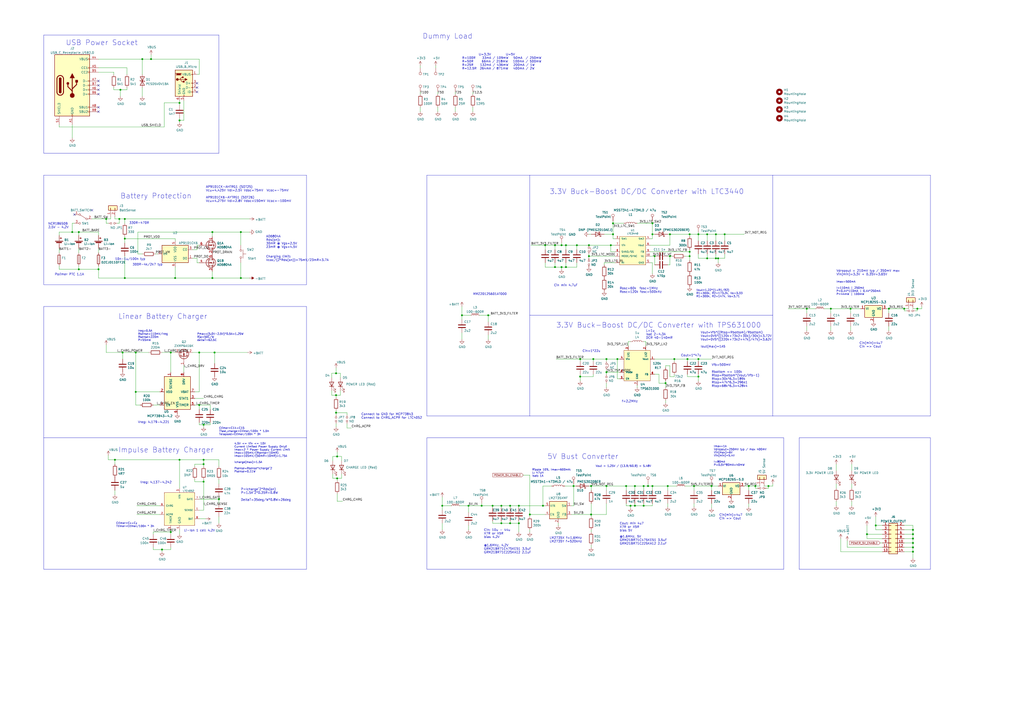
<source format=kicad_sch>
(kicad_sch (version 20230121) (generator eeschema)
  (paper "A2")
  (title_block (title "Environmental Sensor Power Supply"))
  (junction (at 375.92 281.94))
  (junction (at 529.59 320.04))
  (junction (at 99.06 204.47))
  (junction (at 101.6 161.29))
  (junction (at 124.46 204.47))
  (junction (at 316.23 142.24))
  (junction (at 415.29 135.89))
  (junction (at 78.74 204.47))
  (junction (at 400.05 148.59))
  (junction (at 416.56 149.86))
  (junction (at 45.72 134.62))
  (junction (at 104.14 69.85))
  (junction (at 99.06 308.61))
  (junction (at 295.91 303.53))
  (junction (at 412.75 281.94))
  (junction (at 342.9 298.45))
  (junction (at 72.39 138.43))
  (junction (at 104.14 59.69))
  (junction (at 434.34 281.94))
  (junction (at 410.21 135.89))
  (junction (at 325.755 154.94))
  (junction (at 351.79 208.28))
  (junction (at 332.74 281.94))
  (junction (at 71.12 204.47))
  (junction (at 118.11 269.24))
  (junction (at 334.645 142.24))
  (junction (at 420.37 135.89))
  (junction (at 290.83 293.37))
  (junction (at 271.78 293.37))
  (junction (at 341.63 148.59))
  (junction (at 328.295 142.24))
  (junction (at 344.17 208.28))
  (junction (at 285.75 293.37))
  (junction (at 493.395 179.07))
  (junction (at 307.34 298.45))
  (junction (at 529.59 312.42))
  (junction (at 398.78 208.28))
  (junction (at 267.97 182.88))
  (junction (at 336.55 208.28))
  (junction (at 515.62 179.07))
  (junction (at 69.85 52.07))
  (junction (at 57.15 156.21))
  (junction (at 325.755 142.24))
  (junction (at 508 304.8))
  (junction (at 118.11 266.7))
  (junction (at 300.99 293.37))
  (junction (at 72.39 161.29))
  (junction (at 283.21 182.88))
  (junction (at 368.3 281.94))
  (junction (at 410.21 149.86))
  (junction (at 195.58 277.495))
  (junction (at 115.57 234.95))
  (junction (at 355.6 129.54))
  (junction (at 354.33 142.24))
  (junction (at 321.945 142.24))
  (junction (at 61.595 127))
  (junction (at 378.46 135.89))
  (junction (at 69.215 127))
  (junction (at 365.76 293.37))
  (junction (at 405.13 135.89))
  (junction (at 314.96 293.37))
  (junction (at 438.15 281.94))
  (junction (at 351.79 215.9))
  (junction (at 400.05 135.89))
  (junction (at 351.79 281.94))
  (junction (at 123.19 134.62))
  (junction (at 386.08 222.25))
  (junction (at 72.39 127))
  (junction (at 373.38 281.94))
  (junction (at 467.995 179.07))
  (junction (at 529.59 309.88))
  (junction (at 295.91 293.37))
  (junction (at 532.13 179.07))
  (junction (at 115.57 204.47))
  (junction (at 118.11 246.38))
  (junction (at 87.63 34.29))
  (junction (at 379.73 148.59))
  (junction (at 194.945 216.535))
  (junction (at 388.62 148.59))
  (junction (at 358.14 208.28))
  (junction (at 355.6 135.89))
  (junction (at 139.7 161.29))
  (junction (at 405.13 208.28))
  (junction (at 378.46 129.54))
  (junction (at 290.83 303.53))
  (junction (at 445.77 281.94))
  (junction (at 378.46 281.94))
  (junction (at 387.35 281.94))
  (junction (at 524.51 179.07))
  (junction (at 127 289.56))
  (junction (at 336.55 218.44))
  (junction (at 529.59 317.5))
  (junction (at 45.72 156.21))
  (junction (at 93.98 318.77))
  (junction (at 194.945 239.395))
  (junction (at 400.05 146.05))
  (junction (at 66.675 266.7))
  (junction (at 502.92 309.88))
  (junction (at 402.59 281.94))
  (junction (at 415.29 149.86))
  (junction (at 118.11 279.4))
  (junction (at 123.19 161.29))
  (junction (at 341.63 142.24))
  (junction (at 529.59 307.34))
  (junction (at 373.38 293.37))
  (junction (at 104.14 266.7))
  (junction (at 391.16 208.28))
  (junction (at 321.945 154.94))
  (junction (at 194.945 229.235))
  (junction (at 78.74 227.33))
  (junction (at 342.9 281.94))
  (junction (at 139.7 134.62))
  (junction (at 279.4 293.37))
  (junction (at 368.3 293.37))
  (junction (at 388.62 135.89))
  (junction (at 481.965 179.07))
  (junction (at 529.59 314.96))
  (junction (at 405.13 218.44))
  (junction (at 195.58 264.795))
  (junction (at 256.54 293.37))
  (junction (at 363.22 281.94))
  (junction (at 41.91 134.62))
  (junction (at 82.55 34.29))
  (junction (at 328.295 154.94))
  (junction (at 300.99 303.53))
  (no_connect (at 114.3 48.26))
  (no_connect (at 53.34 121.92))
  (no_connect (at 57.15 46.99))
  (no_connect (at 43.18 124.46))
  (no_connect (at 114.3 50.8))
  (no_connect (at 57.15 49.53))
  (no_connect (at 57.15 52.07))
  (no_connect (at 57.15 62.23))
  (no_connect (at 57.15 64.77))
  (no_connect (at 114.3 53.34))
  (no_connect (at 57.15 54.61))
  (wire (pts (xy 115.57 234.95) (xy 121.92 234.95)))
  (wire (pts (xy 532.13 180.34) (xy 532.13 179.07)))
  (wire (pts (xy 377.19 146.05) (xy 400.05 146.05)))
  (wire (pts (xy 373.38 198.12) (xy 374.65 198.12)))
  (polyline (pts (xy 307.34 101.6) (xy 307.34 182.88)))
  (wire (pts (xy 325.755 154.94) (xy 328.295 154.94)))
  (wire (pts (xy 34.29 154.305) (xy 34.29 156.21)))
  (wire (pts (xy 467.995 179.07) (xy 467.995 181.61)))
  (wire (pts (xy 515.62 179.07) (xy 514.35 179.07)))
  (polyline (pts (xy 127 20.32) (xy 127 88.9)))
  (wire (pts (xy 388.62 218.44) (xy 391.16 218.44)))
  (wire (pts (xy 524.51 314.96) (xy 529.59 314.96)))
  (wire (pts (xy 192.405 226.695) (xy 192.405 229.235)))
  (wire (pts (xy 61.595 200.025) (xy 61.595 204.47)))
  (wire (pts (xy 71.12 208.28) (xy 71.12 204.47)))
  (wire (pts (xy 524.51 179.07) (xy 524.51 180.34)))
  (wire (pts (xy 114.3 144.78) (xy 114.3 142.24)))
  (wire (pts (xy 502.92 304.8) (xy 502.92 309.88)))
  (wire (pts (xy 194.945 245.745) (xy 194.945 247.65)))
  (wire (pts (xy 336.55 208.28) (xy 344.17 208.28)))
  (wire (pts (xy 368.3 281.94) (xy 373.38 281.94)))
  (wire (pts (xy 388.62 142.24) (xy 388.62 135.89)))
  (wire (pts (xy 64.135 125.73) (xy 64.135 127)))
  (wire (pts (xy 193.04 277.495) (xy 195.58 277.495)))
  (wire (pts (xy 405.13 134.62) (xy 405.13 135.89)))
  (wire (pts (xy 69.85 52.07) (xy 69.85 55.88)))
  (wire (pts (xy 99.06 215.9) (xy 99.06 204.47)))
  (wire (pts (xy 363.22 293.37) (xy 363.22 292.1)))
  (wire (pts (xy 113.03 278.13) (xy 113.03 279.4)))
  (wire (pts (xy 386.08 212.09) (xy 388.62 212.09)))
  (wire (pts (xy 375.92 281.94) (xy 378.46 281.94)))
  (wire (pts (xy 80.01 134.62) (xy 80.01 147.32)))
  (wire (pts (xy 78.74 234.95) (xy 81.28 234.95)))
  (wire (pts (xy 378.46 138.43) (xy 377.19 138.43)))
  (wire (pts (xy 321.945 154.94) (xy 325.755 154.94)))
  (wire (pts (xy 295.91 293.37) (xy 300.99 293.37)))
  (wire (pts (xy 351.79 215.9) (xy 351.79 214.63)))
  (wire (pts (xy 402.59 281.94) (xy 412.75 281.94)))
  (wire (pts (xy 351.79 281.94) (xy 363.22 281.94)))
  (wire (pts (xy 88.9 318.77) (xy 93.98 318.77)))
  (wire (pts (xy 124.46 204.47) (xy 124.46 210.82)))
  (wire (pts (xy 252.73 38.1) (xy 252.73 39.37)))
  (wire (pts (xy 529.59 304.8) (xy 529.59 307.34)))
  (wire (pts (xy 373.38 281.94) (xy 373.38 284.48)))
  (wire (pts (xy 405.13 139.7) (xy 405.13 135.89)))
  (polyline (pts (xy 25.4 177.8) (xy 25.4 254)))
  (wire (pts (xy 363.22 284.48) (xy 363.22 281.94)))
  (wire (pts (xy 358.14 208.28) (xy 359.41 208.28)))
  (wire (pts (xy 127 289.56) (xy 127 292.1)))
  (wire (pts (xy 254 62.23) (xy 254 64.77)))
  (wire (pts (xy 194.945 230.505) (xy 194.945 229.235)))
  (wire (pts (xy 79.375 293.37) (xy 92.71 293.37)))
  (wire (pts (xy 369.57 129.54) (xy 378.46 129.54)))
  (wire (pts (xy 328.295 144.78) (xy 328.295 142.24)))
  (wire (pts (xy 114.3 43.18) (xy 115.57 43.18)))
  (wire (pts (xy 448.31 280.67) (xy 448.31 281.94)))
  (wire (pts (xy 439.42 283.21) (xy 438.15 283.21)))
  (wire (pts (xy 529.59 323.85) (xy 529.59 320.04)))
  (wire (pts (xy 363.22 281.94) (xy 368.3 281.94)))
  (wire (pts (xy 405.13 208.28) (xy 398.78 208.28)))
  (polyline (pts (xy 25.4 330.2) (xy 177.8 330.2)))
  (wire (pts (xy 336.55 217.17) (xy 336.55 218.44)))
  (wire (pts (xy 271.78 304.8) (xy 271.78 307.34)))
  (wire (pts (xy 118.11 279.4) (xy 118.11 278.13)))
  (wire (pts (xy 341.63 142.24) (xy 354.33 142.24)))
  (wire (pts (xy 415.29 147.32) (xy 415.29 149.86)))
  (wire (pts (xy 67.945 129.54) (xy 69.215 129.54)))
  (wire (pts (xy 402.59 281.94) (xy 402.59 284.48)))
  (wire (pts (xy 368.3 292.1) (xy 368.3 293.37)))
  (wire (pts (xy 66.675 269.24) (xy 66.675 266.7)))
  (wire (pts (xy 197.485 229.235) (xy 197.485 226.695)))
  (polyline (pts (xy 247.65 101.6) (xy 247.65 241.3)))
  (wire (pts (xy 127 288.29) (xy 127 289.56)))
  (wire (pts (xy 34.29 136.525) (xy 34.29 134.62)))
  (wire (pts (xy 529.59 307.34) (xy 529.59 309.88)))
  (wire (pts (xy 267.97 177.8) (xy 267.97 182.88)))
  (wire (pts (xy 57.15 154.305) (xy 57.15 156.21)))
  (wire (pts (xy 57.15 156.21) (xy 57.15 161.29)))
  (wire (pts (xy 195.58 290.83) (xy 198.755 290.83)))
  (wire (pts (xy 351.79 298.45) (xy 351.79 292.1)))
  (wire (pts (xy 264.16 62.23) (xy 264.16 64.77)))
  (wire (pts (xy 378.46 158.75) (xy 378.46 152.4)))
  (wire (pts (xy 344.17 208.28) (xy 351.79 208.28)))
  (wire (pts (xy 388.62 148.59) (xy 389.89 148.59)))
  (wire (pts (xy 530.86 180.34) (xy 532.13 180.34)))
  (wire (pts (xy 113.03 234.95) (xy 115.57 234.95)))
  (wire (pts (xy 358.14 219.71) (xy 358.14 208.28)))
  (wire (pts (xy 378.46 135.89) (xy 378.46 138.43)))
  (wire (pts (xy 378.46 129.54) (xy 378.46 135.89)))
  (wire (pts (xy 88.9 308.61) (xy 99.06 308.61)))
  (wire (pts (xy 391.16 208.28) (xy 398.78 208.28)))
  (wire (pts (xy 123.19 137.16) (xy 123.19 134.62)))
  (wire (pts (xy 283.21 194.31) (xy 283.21 196.85)))
  (wire (pts (xy 378.46 281.94) (xy 378.46 284.48)))
  (wire (pts (xy 369.57 223.52) (xy 369.57 224.79)))
  (wire (pts (xy 350.52 152.4) (xy 356.87 152.4)))
  (wire (pts (xy 508 304.8) (xy 511.81 304.8)))
  (wire (pts (xy 243.84 53.34) (xy 243.84 54.61)))
  (wire (pts (xy 378.46 293.37) (xy 373.38 293.37)))
  (wire (pts (xy 328.295 142.24) (xy 334.645 142.24)))
  (wire (pts (xy 524.51 309.88) (xy 529.59 309.88)))
  (wire (pts (xy 34.29 134.62) (xy 41.91 134.62)))
  (wire (pts (xy 87.63 34.29) (xy 115.57 34.29)))
  (wire (pts (xy 342.9 298.45) (xy 351.79 298.45)))
  (wire (pts (xy 123.19 134.62) (xy 80.01 134.62)))
  (wire (pts (xy 388.62 153.67) (xy 388.62 148.59)))
  (wire (pts (xy 115.57 234.95) (xy 115.57 237.49)))
  (wire (pts (xy 144.78 161.29) (xy 139.7 161.29)))
  (wire (pts (xy 99.06 307.34) (xy 99.06 308.61)))
  (wire (pts (xy 508 307.34) (xy 511.81 307.34)))
  (wire (pts (xy 481.965 179.07) (xy 478.155 179.07)))
  (wire (pts (xy 290.83 293.37) (xy 295.91 293.37)))
  (wire (pts (xy 111.76 144.78) (xy 114.3 144.78)))
  (wire (pts (xy 66.675 127) (xy 69.215 127)))
  (wire (pts (xy 502.92 312.42) (xy 511.81 312.42)))
  (wire (pts (xy 69.215 129.54) (xy 69.215 127)))
  (wire (pts (xy 351.79 281.94) (xy 351.79 284.48)))
  (wire (pts (xy 336.55 218.44) (xy 336.55 220.98)))
  (wire (pts (xy 82.55 34.29) (xy 87.63 34.29)))
  (wire (pts (xy 278.13 182.88) (xy 283.21 182.88)))
  (wire (pts (xy 72.39 140.97) (xy 72.39 138.43)))
  (polyline (pts (xy 127 20.32) (xy 25.4 20.32)))
  (wire (pts (xy 201.295 240.665) (xy 201.295 239.395)))
  (wire (pts (xy 114.3 142.24) (xy 115.57 142.24)))
  (wire (pts (xy 332.74 281.94) (xy 327.66 281.94)))
  (polyline (pts (xy 448.31 101.6) (xy 307.34 101.6)))
  (wire (pts (xy 316.23 293.37) (xy 314.96 293.37)))
  (wire (pts (xy 321.945 144.78) (xy 321.945 142.24)))
  (wire (pts (xy 72.39 127) (xy 72.39 129.54)))
  (wire (pts (xy 322.58 208.28) (xy 336.55 208.28)))
  (wire (pts (xy 144.78 134.62) (xy 139.7 134.62)))
  (wire (pts (xy 382.27 217.17) (xy 382.27 222.25)))
  (wire (pts (xy 115.57 300.99) (xy 119.38 300.99)))
  (wire (pts (xy 57.15 41.91) (xy 66.04 41.91)))
  (wire (pts (xy 481.965 181.61) (xy 481.965 179.07)))
  (wire (pts (xy 61.595 127) (xy 64.135 127)))
  (wire (pts (xy 405.13 209.55) (xy 405.13 208.28)))
  (wire (pts (xy 243.84 38.1) (xy 243.84 39.37)))
  (wire (pts (xy 341.63 281.94) (xy 342.9 281.94)))
  (wire (pts (xy 139.7 142.24) (xy 139.7 134.62)))
  (wire (pts (xy 57.15 134.62) (xy 57.15 136.525)))
  (wire (pts (xy 350.52 153.67) (xy 350.52 152.4)))
  (wire (pts (xy 323.85 304.8) (xy 323.85 303.53)))
  (wire (pts (xy 391.16 217.17) (xy 391.16 218.44)))
  (wire (pts (xy 397.51 281.94) (xy 402.59 281.94)))
  (wire (pts (xy 82.55 50.8) (xy 82.55 55.88)))
  (wire (pts (xy 328.295 154.94) (xy 334.645 154.94)))
  (wire (pts (xy 386.08 232.41) (xy 386.08 233.68)))
  (wire (pts (xy 334.645 144.78) (xy 334.645 142.24)))
  (wire (pts (xy 115.57 34.29) (xy 115.57 43.18)))
  (wire (pts (xy 300.99 294.64) (xy 300.99 293.37)))
  (wire (pts (xy 271.78 293.37) (xy 271.78 297.18)))
  (wire (pts (xy 78.74 204.47) (xy 78.74 227.33)))
  (polyline (pts (xy 539.75 254) (xy 539.75 330.2)))
  (wire (pts (xy 195.58 264.795) (xy 198.12 264.795)))
  (wire (pts (xy 412.75 284.48) (xy 412.75 281.94)))
  (wire (pts (xy 307.34 308.61) (xy 307.34 307.34)))
  (wire (pts (xy 379.73 208.28) (xy 391.16 208.28)))
  (wire (pts (xy 118.11 246.38) (xy 121.92 246.38)))
  (wire (pts (xy 410.21 135.89) (xy 410.21 139.7)))
  (wire (pts (xy 88.9 234.95) (xy 92.71 234.95)))
  (wire (pts (xy 316.23 154.94) (xy 321.945 154.94)))
  (polyline (pts (xy 177.8 101.6) (xy 177.8 165.1)))
  (wire (pts (xy 193.04 264.795) (xy 193.04 267.335)))
  (wire (pts (xy 300.99 308.61) (xy 300.99 303.53)))
  (wire (pts (xy 283.21 182.88) (xy 283.21 186.69)))
  (wire (pts (xy 274.32 53.34) (xy 274.32 54.61)))
  (wire (pts (xy 487.68 312.42) (xy 487.68 320.04)))
  (wire (pts (xy 123.19 157.48) (xy 123.19 161.29)))
  (wire (pts (xy 351.79 208.28) (xy 358.14 208.28)))
  (wire (pts (xy 494.03 280.67) (xy 494.03 283.21)))
  (polyline (pts (xy 177.8 165.1) (xy 25.4 165.1)))
  (wire (pts (xy 194.945 239.395) (xy 194.945 240.665)))
  (wire (pts (xy 387.35 281.94) (xy 392.43 281.94)))
  (wire (pts (xy 434.34 294.005) (xy 434.34 292.1)))
  (wire (pts (xy 285.75 293.37) (xy 285.75 294.64)))
  (wire (pts (xy 139.7 152.4) (xy 139.7 161.29)))
  (wire (pts (xy 529.59 312.42) (xy 529.59 314.96)))
  (wire (pts (xy 192.405 216.535) (xy 192.405 219.075)))
  (wire (pts (xy 325.755 154.94) (xy 325.755 156.21)))
  (wire (pts (xy 386.08 222.25) (xy 386.08 224.79)))
  (wire (pts (xy 62.865 266.7) (xy 66.675 266.7)))
  (wire (pts (xy 61.595 127) (xy 61.595 129.54)))
  (wire (pts (xy 400.05 146.05) (xy 400.05 148.59)))
  (wire (pts (xy 386.08 220.98) (xy 386.08 222.25)))
  (polyline (pts (xy 448.31 241.3) (xy 307.34 241.3)))
  (wire (pts (xy 524.51 304.8) (xy 529.59 304.8)))
  (wire (pts (xy 101.6 138.43) (xy 101.6 139.7)))
  (wire (pts (xy 342.9 298.45) (xy 342.9 292.1)))
  (wire (pts (xy 193.04 264.795) (xy 195.58 264.795)))
  (wire (pts (xy 127 299.72) (xy 127 303.53)))
  (wire (pts (xy 485.14 290.83) (xy 485.14 293.37)))
  (wire (pts (xy 93.98 318.77) (xy 93.98 320.04)))
  (wire (pts (xy 113.03 269.24) (xy 118.11 269.24)))
  (wire (pts (xy 321.945 142.24) (xy 325.755 142.24)))
  (wire (pts (xy 256.54 293.37) (xy 261.62 293.37)))
  (wire (pts (xy 73.66 39.37) (xy 73.66 43.18)))
  (wire (pts (xy 104.14 59.69) (xy 104.14 60.96)))
  (wire (pts (xy 410.21 149.86) (xy 415.29 149.86)))
  (polyline (pts (xy 25.4 254) (xy 25.4 330.2)))
  (wire (pts (xy 402.59 292.1) (xy 402.59 294.005)))
  (wire (pts (xy 197.485 216.535) (xy 194.945 216.535)))
  (wire (pts (xy 410.21 147.32) (xy 410.21 149.86)))
  (wire (pts (xy 72.39 138.43) (xy 101.6 138.43)))
  (wire (pts (xy 264.16 53.34) (xy 264.16 54.61)))
  (wire (pts (xy 387.35 153.67) (xy 388.62 153.67)))
  (wire (pts (xy 359.41 219.71) (xy 358.14 219.71)))
  (wire (pts (xy 104.14 307.34) (xy 104.14 309.88)))
  (wire (pts (xy 341.63 148.59) (xy 341.63 149.86)))
  (wire (pts (xy 387.35 148.59) (xy 388.62 148.59)))
  (polyline (pts (xy 463.55 330.2) (xy 463.55 254)))
  (wire (pts (xy 139.7 134.62) (xy 123.19 134.62)))
  (wire (pts (xy 115.57 204.47) (xy 111.76 204.47)))
  (wire (pts (xy 332.74 281.94) (xy 332.74 280.67)))
  (wire (pts (xy 194.945 229.235) (xy 197.485 229.235)))
  (wire (pts (xy 388.62 212.09) (xy 388.62 218.44)))
  (wire (pts (xy 434.34 284.48) (xy 434.34 281.94)))
  (wire (pts (xy 295.91 303.53) (xy 300.99 303.53)))
  (wire (pts (xy 351.79 222.25) (xy 351.79 224.79)))
  (wire (pts (xy 529.59 309.88) (xy 529.59 312.42)))
  (polyline (pts (xy 247.65 254) (xy 247.65 330.2)))
  (wire (pts (xy 494.03 290.83) (xy 494.03 293.37)))
  (wire (pts (xy 300.99 293.37) (xy 314.96 293.37)))
  (wire (pts (xy 285.75 293.37) (xy 290.83 293.37)))
  (wire (pts (xy 344.17 218.44) (xy 344.17 217.17)))
  (wire (pts (xy 45.72 144.145) (xy 45.72 146.685)))
  (wire (pts (xy 279.4 293.37) (xy 285.75 293.37)))
  (wire (pts (xy 438.15 283.21) (xy 438.15 281.94)))
  (wire (pts (xy 193.04 274.955) (xy 193.04 277.495)))
  (wire (pts (xy 243.84 62.23) (xy 243.84 64.77)))
  (wire (pts (xy 256.54 303.53) (xy 256.54 307.34)))
  (wire (pts (xy 201.295 239.395) (xy 194.945 239.395)))
  (wire (pts (xy 285.75 303.53) (xy 290.83 303.53)))
  (wire (pts (xy 405.13 218.44) (xy 405.13 217.17)))
  (wire (pts (xy 290.83 302.26) (xy 290.83 303.53)))
  (wire (pts (xy 266.7 293.37) (xy 271.78 293.37)))
  (wire (pts (xy 104.14 69.85) (xy 104.14 71.12)))
  (wire (pts (xy 524.51 312.42) (xy 529.59 312.42)))
  (wire (pts (xy 93.98 204.47) (xy 99.06 204.47)))
  (wire (pts (xy 420.37 149.86) (xy 416.56 149.86)))
  (wire (pts (xy 420.37 147.32) (xy 420.37 149.86)))
  (wire (pts (xy 72.39 161.29) (xy 72.39 148.59)))
  (wire (pts (xy 72.39 137.16) (xy 72.39 138.43)))
  (wire (pts (xy 114.3 149.86) (xy 114.3 152.4)))
  (polyline (pts (xy 25.4 165.1) (xy 25.4 101.6)))
  (wire (pts (xy 400.05 135.89) (xy 405.13 135.89)))
  (wire (pts (xy 267.97 185.42) (xy 267.97 182.88)))
  (wire (pts (xy 118.11 295.91) (xy 118.11 279.4)))
  (wire (pts (xy 412.75 280.67) (xy 412.75 281.94)))
  (wire (pts (xy 121.92 246.38) (xy 121.92 245.11)))
  (wire (pts (xy 104.14 266.7) (xy 118.11 266.7)))
  (wire (pts (xy 113.03 279.4) (xy 118.11 279.4)))
  (wire (pts (xy 113.03 270.51) (xy 113.03 269.24)))
  (wire (pts (xy 118.11 269.24) (xy 118.11 270.51)))
  (wire (pts (xy 285.75 302.26) (xy 285.75 303.53)))
  (wire (pts (xy 101.6 154.94) (xy 101.6 161.29)))
  (wire (pts (xy 34.29 156.21) (xy 45.72 156.21)))
  (polyline (pts (xy 177.8 254) (xy 177.8 177.8)))
  (wire (pts (xy 379.73 148.59) (xy 379.73 153.67)))
  (wire (pts (xy 387.35 135.89) (xy 388.62 135.89)))
  (wire (pts (xy 400.05 135.89) (xy 400.05 137.16)))
  (wire (pts (xy 332.74 293.37) (xy 332.74 281.94)))
  (wire (pts (xy 481.965 179.07) (xy 493.395 179.07)))
  (wire (pts (xy 195.58 278.765) (xy 195.58 277.495)))
  (wire (pts (xy 328.295 152.4) (xy 328.295 154.94)))
  (wire (pts (xy 118.11 247.65) (xy 118.11 246.38)))
  (polyline (pts (xy 448.31 182.88) (xy 448.31 241.3)))
  (wire (pts (xy 314.96 293.37) (xy 314.96 281.94)))
  (wire (pts (xy 45.72 156.21) (xy 57.15 156.21)))
  (wire (pts (xy 274.32 62.23) (xy 274.32 64.77)))
  (wire (pts (xy 331.47 293.37) (xy 332.74 293.37)))
  (wire (pts (xy 354.33 142.24) (xy 356.87 142.24)))
  (wire (pts (xy 334.645 142.24) (xy 341.63 142.24)))
  (wire (pts (xy 420.37 139.7) (xy 420.37 135.89)))
  (polyline (pts (xy 454.66 254) (xy 454.66 330.2)))
  (wire (pts (xy 106.68 69.85) (xy 104.14 69.85)))
  (wire (pts (xy 267.97 182.88) (xy 273.05 182.88)))
  (wire (pts (xy 123.19 161.29) (xy 101.6 161.29)))
  (wire (pts (xy 364.49 200.66) (xy 364.49 198.12)))
  (wire (pts (xy 104.14 266.7) (xy 104.14 283.21)))
  (wire (pts (xy 321.945 152.4) (xy 321.945 154.94)))
  (wire (pts (xy 99.06 204.47) (xy 101.6 204.47)))
  (wire (pts (xy 529.59 320.04) (xy 524.51 320.04)))
  (wire (pts (xy 45.72 134.62) (xy 57.15 134.62)))
  (wire (pts (xy 405.13 135.89) (xy 410.21 135.89)))
  (polyline (pts (xy 307.34 101.6) (xy 247.65 101.6)))
  (wire (pts (xy 82.55 34.29) (xy 82.55 43.18)))
  (wire (pts (xy 515.62 179.07) (xy 524.51 179.07)))
  (wire (pts (xy 391.16 208.28) (xy 391.16 209.55)))
  (wire (pts (xy 332.74 281.94) (xy 334.01 281.94)))
  (wire (pts (xy 415.29 149.86) (xy 416.56 149.86)))
  (wire (pts (xy 378.46 152.4) (xy 377.19 152.4)))
  (wire (pts (xy 66.675 125.73) (xy 66.675 127)))
  (wire (pts (xy 80.01 147.32) (xy 82.55 147.32)))
  (wire (pts (xy 400.05 144.78) (xy 400.05 146.05)))
  (wire (pts (xy 115.57 295.91) (xy 118.11 295.91)))
  (wire (pts (xy 256.54 295.91) (xy 256.54 293.37)))
  (wire (pts (xy 106.68 58.42) (xy 106.68 69.85)))
  (wire (pts (xy 325.755 140.97) (xy 325.755 142.24)))
  (wire (pts (xy 45.72 154.305) (xy 45.72 156.21)))
  (wire (pts (xy 34.29 144.145) (xy 34.29 146.685)))
  (wire (pts (xy 354.33 146.05) (xy 354.33 142.24)))
  (wire (pts (xy 290.83 293.37) (xy 290.83 294.64)))
  (wire (pts (xy 405.13 218.44) (xy 405.13 220.98)))
  (wire (pts (xy 410.21 135.89) (xy 415.29 135.89)))
  (wire (pts (xy 351.79 215.9) (xy 351.79 217.17)))
  (wire (pts (xy 374.65 198.12) (xy 374.65 200.66)))
  (wire (pts (xy 356.87 146.05) (xy 354.33 146.05)))
  (wire (pts (xy 69.85 52.07) (xy 66.04 52.07)))
  (wire (pts (xy 62.865 264.16) (xy 62.865 266.7)))
  (wire (pts (xy 73.66 50.8) (xy 73.66 52.07)))
  (wire (pts (xy 197.485 219.075) (xy 197.485 216.535)))
  (wire (pts (xy 529.59 179.07) (xy 532.13 179.07)))
  (wire (pts (xy 515.62 189.23) (xy 515.62 191.77)))
  (wire (pts (xy 201.295 245.745) (xy 201.295 248.285)))
  (wire (pts (xy 355.6 138.43) (xy 355.6 135.89)))
  (wire (pts (xy 113.03 231.14) (xy 118.11 231.14)))
  (wire (pts (xy 88.9 317.5) (xy 88.9 318.77)))
  (wire (pts (xy 493.395 179.07) (xy 499.11 179.07)))
  (wire (pts (xy 364.49 198.12) (xy 365.76 198.12)))
  (wire (pts (xy 99.06 308.61) (xy 99.06 309.88)))
  (wire (pts (xy 92.71 227.33) (xy 78.74 227.33)))
  (wire (pts (xy 57.15 39.37) (xy 73.66 39.37)))
  (wire (pts (xy 342.9 281.94) (xy 342.9 284.48)))
  (wire (pts (xy 331.47 298.45) (xy 342.9 298.45)))
  (wire (pts (xy 356.87 138.43) (xy 355.6 138.43)))
  (wire (pts (xy 45.72 136.525) (xy 45.72 134.62)))
  (wire (pts (xy 34.29 72.39) (xy 34.29 73.66)))
  (wire (pts (xy 295.91 293.37) (xy 295.91 294.64)))
  (wire (pts (xy 195.58 277.495) (xy 198.12 277.495)))
  (wire (pts (xy 445.77 281.94) (xy 448.31 281.94)))
  (wire (pts (xy 341.63 135.89) (xy 342.9 135.89)))
  (wire (pts (xy 341.63 148.59) (xy 341.63 147.32)))
  (wire (pts (xy 115.57 246.38) (xy 118.11 246.38)))
  (wire (pts (xy 114.3 152.4) (xy 115.57 152.4)))
  (wire (pts (xy 398.78 209.55) (xy 398.78 208.28)))
  (wire (pts (xy 378.46 128.27) (xy 378.46 129.54)))
  (wire (pts (xy 118.11 266.7) (xy 127 266.7)))
  (wire (pts (xy 316.23 142.24) (xy 316.23 144.78)))
  (wire (pts (xy 66.04 50.8) (xy 66.04 52.07)))
  (wire (pts (xy 92.71 298.45) (xy 79.375 298.45)))
  (polyline (pts (xy 539.75 330.2) (xy 463.55 330.2)))
  (wire (pts (xy 387.35 284.48) (xy 387.35 281.94)))
  (wire (pts (xy 386.08 213.36) (xy 386.08 212.09)))
  (wire (pts (xy 71.12 204.47) (xy 78.74 204.47)))
  (wire (pts (xy 355.6 129.54) (xy 361.95 129.54)))
  (wire (pts (xy 57.15 144.145) (xy 57.15 146.685)))
  (wire (pts (xy 57.15 34.29) (xy 82.55 34.29)))
  (wire (pts (xy 66.04 41.91) (xy 66.04 43.18)))
  (wire (pts (xy 355.6 135.89) (xy 355.6 129.54)))
  (wire (pts (xy 41.91 129.54) (xy 43.18 129.54)))
  (wire (pts (xy 388.62 135.89) (xy 400.05 135.89)))
  (wire (pts (xy 41.91 134.62) (xy 45.72 134.62)))
  (wire (pts (xy 72.39 127) (xy 144.78 127)))
  (polyline (pts (xy 177.8 177.8) (xy 25.4 177.8)))
  (wire (pts (xy 307.34 298.45) (xy 316.23 298.45)))
  (wire (pts (xy 106.68 212.09) (xy 106.68 215.9)))
  (wire (pts (xy 377.19 142.24) (xy 388.62 142.24)))
  (wire (pts (xy 493.395 189.23) (xy 493.395 191.77)))
  (wire (pts (xy 290.83 303.53) (xy 295.91 303.53)))
  (wire (pts (xy 307.975 142.24) (xy 316.23 142.24)))
  (wire (pts (xy 307.34 299.72) (xy 307.34 298.45)))
  (wire (pts (xy 529.59 314.96) (xy 529.59 317.5)))
  (wire (pts (xy 351.79 209.55) (xy 351.79 208.28)))
  (wire (pts (xy 438.15 281.94) (xy 440.69 281.94)))
  (wire (pts (xy 95.25 59.69) (xy 104.14 59.69)))
  (polyline (pts (xy 177.8 330.2) (xy 177.8 254)))
  (wire (pts (xy 316.23 142.24) (xy 321.945 142.24)))
  (wire (pts (xy 336.55 218.44) (xy 344.17 218.44)))
  (polyline (pts (xy 463.55 254) (xy 539.75 254)))
  (wire (pts (xy 359.41 215.9) (xy 351.79 215.9)))
  (wire (pts (xy 115.57 289.56) (xy 127 289.56)))
  (wire (pts (xy 342.9 316.23) (xy 342.9 317.5)))
  (wire (pts (xy 78.74 227.33) (xy 78.74 234.95)))
  (wire (pts (xy 524.51 307.34) (xy 529.59 307.34)))
  (wire (pts (xy 195.58 286.385) (xy 195.58 290.83)))
  (wire (pts (xy 532.13 179.07) (xy 534.67 179.07)))
  (wire (pts (xy 387.35 292.1) (xy 387.35 294.005)))
  (wire (pts (xy 254 53.34) (xy 254 54.61)))
  (wire (pts (xy 61.595 204.47) (xy 71.12 204.47)))
  (wire (pts (xy 300.99 302.26) (xy 300.99 303.53)))
  (wire (pts (xy 534.67 177.8) (xy 534.67 179.07)))
  (polyline (pts (xy 247.65 330.2) (xy 454.66 330.2)))
  (wire (pts (xy 415.29 135.89) (xy 415.29 139.7)))
  (wire (pts (xy 195.58 262.255) (xy 195.58 264.795)))
  (wire (pts (xy 194.945 216.535) (xy 192.405 216.535)))
  (polyline (pts (xy 247.65 254) (xy 454.66 254)))
  (wire (pts (xy 41.91 72.39) (xy 41.91 80.01)))
  (wire (pts (xy 198.12 267.335) (xy 198.12 264.795)))
  (wire (pts (xy 373.38 293.37) (xy 373.38 292.1)))
  (wire (pts (xy 431.8 281.94) (xy 434.34 281.94)))
  (wire (pts (xy 443.23 281.94) (xy 445.77 281.94)))
  (wire (pts (xy 508 304.8) (xy 508 307.34)))
  (wire (pts (xy 375.92 280.67) (xy 375.92 281.94)))
  (wire (pts (xy 121.92 234.95) (xy 121.92 237.49)))
  (wire (pts (xy 342.9 308.61) (xy 342.9 307.34)))
  (wire (pts (xy 457.2 179.07) (xy 467.995 179.07)))
  (polyline (pts (xy 25.4 20.32) (xy 25.4 88.9)))
  (wire (pts (xy 127 278.13) (xy 127 280.67)))
  (wire (pts (xy 93.98 318.77) (xy 99.06 318.77)))
  (wire (pts (xy 90.17 147.32) (xy 91.44 147.32)))
  (polyline (pts (xy 307.34 182.88) (xy 448.31 182.88)))
  (wire (pts (xy 378.46 292.1) (xy 378.46 293.37)))
  (wire (pts (xy 307.34 275.59) (xy 303.53 275.59)))
  (wire (pts (xy 405.13 208.28) (xy 412.75 208.28)))
  (wire (pts (xy 420.37 135.89) (xy 431.8 135.89)))
  (wire (pts (xy 525.78 180.34) (xy 524.51 180.34)))
  (wire (pts (xy 124.46 204.47) (xy 143.51 204.47)))
  (wire (pts (xy 115.57 227.33) (xy 115.57 204.47)))
  (wire (pts (xy 485.14 280.67) (xy 485.14 283.21)))
  (wire (pts (xy 493.395 179.07) (xy 493.395 181.61)))
  (wire (pts (xy 325.755 142.24) (xy 328.295 142.24)))
  (polyline (pts (xy 25.4 101.6) (xy 177.8 101.6)))
  (wire (pts (xy 485.14 273.05) (xy 485.14 269.24)))
  (polyline (pts (xy 448.31 101.6) (xy 539.75 101.6)))
  (wire (pts (xy 434.34 281.94) (xy 438.15 281.94)))
  (wire (pts (xy 467.995 179.07) (xy 473.075 179.07)))
  (wire (pts (xy 104.14 68.58) (xy 104.14 69.85)))
  (wire (pts (xy 192.405 229.235) (xy 194.945 229.235)))
  (wire (pts (xy 445.77 283.21) (xy 445.77 281.94)))
  (wire (pts (xy 368.3 293.37) (xy 365.76 293.37)))
  (wire (pts (xy 524.51 317.5) (xy 529.59 317.5)))
  (wire (pts (xy 382.27 222.25) (xy 386.08 222.25)))
  (wire (pts (xy 467.995 189.23) (xy 467.995 191.77)))
  (wire (pts (xy 365.76 293.37) (xy 365.76 294.64)))
  (wire (pts (xy 87.63 31.75) (xy 87.63 34.29)))
  (wire (pts (xy 95.25 73.66) (xy 95.25 59.69)))
  (wire (pts (xy 400.05 148.59) (xy 400.05 151.13)))
  (wire (pts (xy 62.865 129.54) (xy 61.595 129.54)))
  (wire (pts (xy 341.63 148.59) (xy 356.87 148.59)))
  (wire (pts (xy 416.56 149.86) (xy 416.56 152.4)))
  (wire (pts (xy 444.5 283.21) (xy 445.77 283.21)))
  (wire (pts (xy 113.03 227.33) (xy 115.57 227.33)))
  (wire (pts (xy 127 266.7) (xy 127 270.51)))
  (wire (pts (xy 398.78 218.44) (xy 405.13 218.44)))
  (wire (pts (xy 365.76 293.37) (xy 363.22 293.37)))
  (wire (pts (xy 271.78 293.37) (xy 279.4 293.37)))
  (polyline (pts (xy 127 88.9) (xy 25.4 88.9)))
  (wire (pts (xy 405.13 149.86) (xy 405.13 147.32)))
  (wire (pts (xy 397.51 148.59) (xy 400.05 148.59)))
  (wire (pts (xy 194.945 216.535) (xy 194.945 213.36)))
  (wire (pts (xy 373.38 281.94) (xy 375.92 281.94)))
  (wire (pts (xy 316.23 152.4) (xy 316.23 154.94)))
  (wire (pts (xy 194.945 238.125) (xy 194.945 239.395)))
  (wire (pts (xy 415.29 135.89) (xy 420.37 135.89)))
  (wire (pts (xy 524.51 179.07) (xy 527.05 179.07)))
  (wire (pts (xy 295.91 302.26) (xy 295.91 303.53)))
  (wire (pts (xy 41.91 134.62) (xy 41.91 129.54)))
  (wire (pts (xy 510.54 314.96) (xy 511.81 314.96)))
  (wire (pts (xy 279.4 292.1) (xy 279.4 293.37)))
  (wire (pts (xy 88.9 309.88) (xy 88.9 308.61)))
  (wire (pts (xy 481.965 189.23) (xy 481.965 191.77)))
  (wire (pts (xy 283.21 182.88) (xy 284.48 182.88)))
  (wire (pts (xy 412.75 281.94) (xy 416.56 281.94)))
  (wire (pts (xy 53.34 127) (xy 61.595 127)))
  (wire (pts (xy 267.97 193.04) (xy 267.97 196.85)))
  (wire (pts (xy 115.57 204.47) (xy 124.46 204.47)))
  (wire (pts (xy 508 299.72) (xy 508 304.8)))
  (polyline (pts (xy 25.4 254) (xy 177.8 254)))
  (wire (pts (xy 118.11 266.7) (xy 118.11 269.24)))
  (wire (pts (xy 502.92 309.88) (xy 502.92 312.42)))
  (wire (pts (xy 494.03 273.05) (xy 494.03 269.24)))
  (wire (pts (xy 379.73 135.89) (xy 378.46 135.89)))
  (wire (pts (xy 57.15 161.29) (xy 72.39 161.29)))
  (polyline (pts (xy 307.34 241.3) (xy 307.34 182.88)))
  (wire (pts (xy 69.215 127) (xy 72.39 127)))
  (wire (pts (xy 502.92 309.88) (xy 511.81 309.88)))
  (wire (pts (xy 334.645 154.94) (xy 334.645 152.4)))
  (wire (pts (xy 314.96 281.94) (xy 320.04 281.94)))
  (wire (pts (xy 198.12 277.495) (xy 198.12 274.955)))
  (wire (pts (xy 350.52 135.89) (xy 355.6 135.89)))
  (polyline (pts (xy 448.31 182.88) (xy 448.31 101.6)))
  (wire (pts (xy 99.06 318.77) (xy 99.06 317.5)))
  (wire (pts (xy 377.19 148.59) (xy 379.73 148.59)))
  (wire (pts (xy 412.75 292.1) (xy 412.75 294.64)))
  (wire (pts (xy 368.3 293.37) (xy 373.38 293.37)))
  (wire (pts (xy 515.62 179.07) (xy 515.62 181.61)))
  (wire (pts (xy 368.3 284.48) (xy 368.3 281.94)))
  (wire (pts (xy 66.675 284.48) (xy 66.675 287.02)))
  (wire (pts (xy 487.68 320.04) (xy 511.81 320.04)))
  (wire (pts (xy 355.6 128.27) (xy 355.6 129.54)))
  (wire (pts (xy 115.57 245.11) (xy 115.57 246.38)))
  (wire (pts (xy 101.6 161.29) (xy 72.39 161.29)))
  (wire (pts (xy 344.17 209.55) (xy 344.17 208.28)))
  (wire (pts (xy 342.9 299.72) (xy 342.9 298.45)))
  (polyline (pts (xy 539.75 241.3) (xy 448.31 241.3)))
  (wire (pts (xy 529.59 317.5) (xy 529.59 320.04)))
  (wire (pts (xy 398.78 217.17) (xy 398.78 218.44)))
  (wire (pts (xy 201.295 248.285) (xy 203.835 248.285)))
  (wire (pts (xy 379.73 217.17) (xy 382.27 217.17)))
  (polyline (pts (xy 539.75 101.6) (xy 539.75 241.3)))
  (wire (pts (xy 491.49 317.5) (xy 511.81 317.5)))
  (wire (pts (xy 378.46 281.94) (xy 387.35 281.94)))
  (wire (pts (xy 491.49 313.69) (xy 491.49 317.5)))
  (wire (pts (xy 104.14 58.42) (xy 104.14 59.69)))
  (wire (pts (xy 86.36 204.47) (xy 78.74 204.47)))
  (wire (pts (xy 66.675 266.7) (xy 104.14 266.7)))
  (wire (pts (xy 307.34 275.59) (xy 307.34 298.45)))
  (wire (pts (xy 139.7 161.29) (xy 123.19 161.29)))
  (wire (pts (xy 34.29 73.66) (xy 95.25 73.66)))
  (wire (pts (xy 342.9 281.94) (xy 351.79 281.94)))
  (wire (pts (xy 336.55 209.55) (xy 336.55 208.28)))
  (wire (pts (xy 73.66 52.07) (xy 69.85 52.07)))
  (polyline (pts (xy 247.65 241.3) (xy 307.34 241.3)))
  (wire (pts (xy 111.76 149.86) (xy 114.3 149.86)))
  (wire (pts (xy 410.21 149.86) (xy 405.13 149.86)))
  (wire (pts (xy 256.54 288.29) (xy 256.54 293.37)))
  (text "Ripple 10%, Imax=600mA:\nL: 47uH\nIsat: 1A" (at 308.61 276.86 0) (effects (font (size 1.1176 1.1176)) (justify left bottom)))
  (text "AP9101CK-AHTRG1 (SOT25)\nVcu=4.425V Vdl=2.5V Vdoc=75mV  Vcoc=-75mV\n\nAP9101CK6-AYTRG1 (SOT26)\nVcu=4.275V Vdl=2.8V Vdoc=150mV Vcoc=-100mV" (at 119.38 117.475 0) (effects (font (size 1.27 1.27)) (justify left bottom)))
  (text "Cout: min 4u7\nX7R or X5R\nbias 5V" (at 359.41 308.61 0) (effects (font (size 1.27 1.27)) (justify left bottom)))
  (text "1. Each part should allow to measure its power consumption\n2.\n\nEnhancements from v1.\n1. Reset button\n2. Button to start battery protection after power loss\n3. Solution to measure voltage at battery" (at -102.87 7.62 0) (effects (font (size 1.27 1.27)) (justify left bottom)))
  (text "Linear Battery Charger" (at 68.58 185.42 0) (effects (font (size 2.9972 2.9972)) (justify left bottom)))
  (text "Connect to GND for MCP73843\nConnect to CHRG_ACPR for LTC4052" (at 209.55 243.205 0) (effects (font (size 1.27 1.27)) (justify left bottom)))
  (text "330R-470R" (at 74.93 130.175 0) (effects (font (size 1.27 1.27)) (justify left bottom)))
  (text "5V Bust Converter" (at 317.5 266.7 0) (effects (font (size 2.9972 2.9972)) (justify left bottom)))
  (text "Ireg=0.5A\nRsense=110mV/Ireg\nRsense=220m\nP=55mW" (at 80.01 198.12 0) (effects (font (size 1.1176 1.1176)) (justify left bottom)))
  (text "MMZ2012S601AT000" (at 274.32 171.45 0) (effects (font (size 1.27 1.27)) (justify left bottom)))
  (text "Pmax=(5.0V-2.5V)*0.5A=1.25W\nRja=50C/W\ndeltaT=62.5C" (at 114.3 198.12 0) (effects (font (size 1.1176 1.1176)) (justify left bottom)))
  (text "Ctimer=Cx+Cy\nTtimer=Ctimer/100n * 3h" (at 67.31 306.07 0) (effects (font (size 1.1176 1.1176)) (justify left bottom)))
  (text "Vfb=500mV\n\nRbottom <= 100k\nRtop=Rbottom*(Vout/Vfb-1)\nRtop=30k*6.3=189k\nRtop=47k*6.3=296k1\nRtop=68k*6.3=428k4" (at 412.75 224.79 0) (effects (font (size 1.27 1.27)) (justify left bottom)))
  (text "Li-Ion 1 cell 4.2V" (at 106.68 308.61 0) (effects (font (size 1.27 1.27)) (justify left bottom)))
  (text "3.3V Buck-Boost DC/DC Converter with LTC3440" (at 318.77 113.03 0) (effects (font (size 2.9972 2.9972)) (justify left bottom)))
  (text "Impulse Battery Charger" (at 68.58 262.89 0) (effects (font (size 2.9972 2.9972)) (justify left bottom)))
  (text "Cin(min)=4u7\nCin => Cout" (at 417.195 301.625 0) (effects (font (size 1.27 1.27)) (justify left bottom)))
  (text "Cin(min)=4u7\nCin => Cout" (at 498.475 201.93 0) (effects (font (size 1.27 1.27)) (justify left bottom)))
  (text "Cin min 4.7uF" (at 321.31 166.37 0) (effects (font (size 1.27 1.27)) (justify left bottom)))
  (text "Imax=500mA\n\nI=110mA | 250mA\nP=0.4V*110mA | 0.4V*250mA\nP=44mW | 100mW " (at 485.14 171.45 0) (effects (font (size 1.1176 1.1176)) (justify left bottom)))
  (text "Cout=1*47u" (at 394.97 207.01 0) (effects (font (size 1.27 1.27)) (justify left bottom)))
  (text "@1.6MHz, 4.2V\nGRM21BR71C475KE51 3.5uF\nGRM21BR71C225KA12 2.1uF" (at 280.67 321.31 0) (effects (font (size 1.27 1.27)) (justify left bottom)))
  (text "AO6804A\nRds(on):\n30mR @ Vgs=2.5V\n23mR @ Vgs=4.5V\n" (at 154.305 144.145 0) (effects (font (size 1.27 1.27)) (justify left bottom)))
  (text "USB Power Socket" (at 38.1 26.67 0) (effects (font (size 2.9972 2.9972)) (justify left bottom)))
  (text "4.5V <= Vin <= 10V\nCurrent Limited Power Supply Only!\nImax=2 * Power Supply Current Limit\nImax=105mV/(Rsense+10mR)\nImax=105mV/(50mR+10mR)=1.75A\n\nIcharge(max)=1.5A\n\nPsense=Rsense*Icharge^2\nPsense=0.11W" (at 135.89 274.32 0) (effects (font (size 1.1176 1.1176)) (justify left bottom)))
  (text "Rosc=60k  fosc=1MHz\nRosc=120k fosc=500kHz" (at 359.41 170.18 0) (effects (font (size 1.27 1.27)) (justify left bottom)))
  (text "Cin=1*22u" (at 337.82 204.47 0) (effects (font (size 1.27 1.27)) (justify left bottom)))
  (text "Ctimer=C14+C15\nTfast_charge=Ctimer/100n * 1.5h\nTelapsed=Ctimer/100n * 3h" (at 127 252.73 0) (effects (font (size 1.1176 1.1176)) (justify left bottom)))
  (text "Dummy Load" (at 245.11 22.86 0) (effects (font (size 2.9972 2.9972)) (justify left bottom)))
  (text "L=1u\nIsat 2-4.3A\nDCR 40-140mR" (at 374.65 196.85 0) (effects (font (size 1.27 1.27)) (justify left bottom)))
  (text "3.3V Buck-Boost DC/DC Converter with TPS631000" (at 322.58 190.5 0) (effects (font (size 2.9972 2.9972)) (justify left bottom)))
  (text "f=2.2MHz" (at 360.68 233.68 0) (effects (font (size 1.27 1.27)) (justify left bottom)))
  (text "Vreg: 4.179-4.221" (at 80.01 245.745 0) (effects (font (size 1.27 1.27)) (justify left bottom)))
  (text "Vdropout = 210mV typ / 350mV max\nVin(min)=3.3V + 0.35V=3.65V" (at 485.14 160.02 0) (effects (font (size 1.27 1.27)) (justify left bottom)))
  (text "Cin: 10u - 44u\nX7R or X5R\nbias 4.2V" (at 280.67 312.42 0) (effects (font (size 1.27 1.27)) (justify left bottom)))
  (text "Vout=1.22*(1+R1/R2)\nR1=300k, R2=173.2k, Vo=3.33\nR1=300k, R2=147k, Vo=3.71" (at 403.86 172.72 0) (effects (font (size 1.1176 1.1176)) (justify left bottom)))
  (text "P=Icharge^2*Rds(on)\nP=1.5A^2*0.35R=0.8W\n\nDeltaT=35deg/W*0.8W=26deg" (at 139.7 290.83 0) (effects (font (size 1.27 1.27)) (justify left bottom)))
  (text "          U=3.3V         U=5V\nR=100R    33mA / 109mW   50mA  / 250mW\nR=50R     66mA / 218mW   100mA / 500mW\nR=25R    132mA / 436mW   200mA / 1W\nR=12.5R  264mA / 871mW   400mA / 2W" (at 267.97 40.64 0) (effects (font (size 1.27 1.27)) (justify left bottom)))
  (text "Imax=1A\nVdropout=250mV typ / max 400mV\nVin(max)=6V\nVin(min)=5.4V\n\nI=80mA\nP=0.5V*80mA=40mW" (at 414.02 270.51 0) (effects (font (size 1.1176 1.1176)) (justify left bottom)))
  (text "300R-4k/2k7 typ" (at 76.835 154.305 0) (effects (font (size 1.27 1.27)) (justify left bottom)))
  (text "Vout=Vfb*((Rtop+Rbottom)/Rbottom)\nVout=0V5*((120k+73k2+30k)/30k)=3.72V\nVout=0V5*((220k+73k2+47k)/47k)=3.62V\n\nIout(max)=1A5" (at 406.4 201.93 0) (effects (font (size 1.27 1.27)) (justify left bottom)))
  (text "Polimer PTC 1.1A" (at 31.75 160.02 0) (effects (font (size 1.27 1.27)) (justify left bottom)))
  (text "Charging limit:\nVcoc/(2*Rds(on))=75mV/23mR=3.7A" (at 154.305 151.765 0) (effects (font (size 1.27 1.27)) (justify left bottom)))
  (text "@1.6MHz, 5V\nGRM21BR71C475KE51 3.5uF\nGRM21BR71C225KA12 2.1uF" (at 359.41 316.23 0) (effects (font (size 1.27 1.27)) (justify left bottom)))
  (text "LM2735X f=1.6MHz\nLM2735Y f=520kHz" (at 318.77 314.96 0) (effects (font (size 1.27 1.27)) (justify left bottom)))
  (text "Vout = 1.25V / (13.9/60.9) = 5.48V" (at 345.44 271.145 0) (effects (font (size 1.1176 1.1176)) (justify left bottom)))
  (text "Vreg: 4.137-4.242" (at 81.28 280.67 0) (effects (font (size 1.27 1.27)) (justify left bottom)))
  (text "NCR18650B\n2.5V - 4.2V" (at 27.94 132.715 0) (effects (font (size 1.27 1.27)) (justify left bottom)))
  (text "Battery Protection" (at 69.85 115.57 0) (effects (font (size 2.9972 2.9972)) (justify left bottom)))
  (text "10n-1u/100n typ\n" (at 66.675 151.13 0) (effects (font (size 1.27 1.27)) (justify left bottom)))
  (label "3V3_LTC_MODE" (at 342.9 148.59 0))
  (label "L_CHRG_DRV" (at 106.68 213.36 0))
  (label "T50" (at 254 54.61 0))
  (label "3V3_LTC_FB" (at 387.35 146.05 0))
  (label "5V_SW" (at 332.74 293.37 0))
  (label "3V3_LTC_Rt" (at 350.52 152.4 0))
  (label "PROT_DO" (at 112.395 149.86 0))
  (label "I_CHRG_SENSE" (at 118.11 293.37 0))
  (label "L_CHRG_EN" (at 90.805 234.95 0))
  (label "3V3_REG" (at 515.62 179.07 0))
  (label "T100" (at 243.84 54.61 0))
  (label "BATT_3V3_FILTER" (at 307.975 142.24 0))
  (label "BATT_3V3_FILTER" (at 284.48 182.88 0))
  (label "3V3_TSP_MODE" (at 351.79 215.9 0))
  (label "5V_REG" (at 431.8 281.94 0))
  (label "BATT2-" (at 45.72 145.415 0))
  (label "3V3_LTC_SW2" (at 370.84 129.54 0))
  (label "CHRG_ACPR" (at 203.835 248.285 0))
  (label "CHRG_CHRG" (at 118.11 231.14 0))
  (label "BATT3-" (at 57.15 145.415 0))
  (label "3V3_LTC_VC" (at 378.46 148.59 0))
  (label "USB_SHIELD" (at 81.915 73.66 0))
  (label "PROT_VDD" (at 83.185 138.43 0))
  (label "CHRG_CHRG" (at 79.375 293.37 0))
  (label "L_CHRG_TIMER" (at 113.665 234.95 0))
  (label "L_CHRG_POWER" (at 67.945 204.47 0))
  (label "BATT_BARE" (at 47.625 134.62 0))
  (label "3V3_TSP_LX2" (at 374.65 200.66 0))
  (label "3V7_NOT_REG" (at 412.75 208.28 0))
  (label "T25" (at 264.16 54.61 0))
  (label "3V7_NOT_REG" (at 431.8 135.89 0))
  (label "3V7_NOT_REG" (at 457.2 179.07 0))
  (label "5V_IN" (at 271.78 293.37 0))
  (label "BATT_SW" (at 54.61 127 0))
  (label "T12.5" (at 274.32 54.61 0))
  (label "5V5_FILTERED" (at 400.685 281.94 0))
  (label "I_CHRG_TIMER" (at 88.9 308.61 0))
  (label "5V_FB" (at 332.74 298.45 0))
  (label "3V3_FILTER" (at 487.68 179.07 0))
  (label "CHRG_CHRG" (at 198.755 290.83 0))
  (label "CHRG_ACPR" (at 79.375 298.45 0))
  (label "3V3_TSP_FB" (at 386.08 224.79 0))
  (label "L_CHRG_SENSE" (at 95.25 204.47 0))
  (label "3V3_LTC_SW1" (at 355.6 132.08 0))
  (label "PROT_DRAIN" (at 123.19 147.32 0))
  (label "I_CHRG_GATE" (at 115.57 289.56 0))
  (label "PROT_VM" (at 90.17 147.32 0))
  (label "PROT_CO" (at 112.395 144.78 0))
  (label "BATT_3V3_FILTER" (at 322.58 208.28 0))
  (label "5V5_NOT_REG" (at 342.9 281.94 0))
  (label "BATT1-" (at 34.29 145.415 0))
  (label "3V3_TSP_LX1" (at 364.49 200.66 180))
  (global_label "POWER_5V_ENABLE" (shape input) (at 510.54 314.96 180) (effects (font (size 1.1176 1.1176))) (property "Intersheetrefs" "${INTERSHEET_REFS}" (effects hide)))
  (global_label "POWER_5V_ENABLE" (shape input) (at 303.53 275.59 180) (effects (font (size 1.1176 1.1176))) (property "Intersheetrefs" "${INTERSHEET_REFS}" (effects hide)))
  (symbol (lib_id "EnvSensor-v2-rescue:MCP73843-4.2-myLib") (at 102.87 227.33 0) (unit 1)
    (property "Reference" "U5" (at 96.52 238.76 0))
    (property "Value" "MCP73843-4.2" (at 92.71 241.3 0))
    (property "Footprint" "Package_SO:MSOP-8_3x3mm_P0.65mm" (effects hide))
  )
  (symbol (lib_id "Battery_Management:AP9101CK6") (at 101.6 147.32 0) (unit 1)
    (property "Reference" "U2" (at 101.6 135.1026 0))
    (property "Value" "AP9101CK6" (at 109.22 140.97 0))
    (property "Footprint" "Package_TO_SOT_SMD:SOT-23-6" (effects hide))
    (property "Datasheet" "https://www.diodes.com/assets/Datasheets/AP9101C.pdf" (effects hide))
  )
  (symbol (lib_id "Device:R") (at 72.39 133.35 0) (unit 1)
    (property "Reference" "R7" (at 74.168 132.1816 0) (effects (justify left)))
    (property "Value" "330" (at 74.168 134.493 0) (effects (justify left)))
    (property "Footprint" "Resistor_SMD:R_0805_2012Metric" (effects hide))
  )
  (symbol (lib_id "Device:R") (at 86.36 147.32 270) (unit 1)
    (property "Reference" "R9" (at 86.36 142.0622 90))
    (property "Value" "2k7" (at 86.36 144.3736 90))
    (property "Footprint" "Resistor_SMD:R_0805_2012Metric" (effects hide))
  )
  (symbol (lib_id "power:+BATT") (at 144.78 127 270) (unit 1)
    (property "Reference" "#PWR012" (effects hide))
    (property "Value" "+BATT" (at 148.0312 127.381 90) (effects (justify left)))
  )
  (symbol (lib_id "power:-BATT") (at 144.78 161.29 270) (unit 1)
    (property "Reference" "#PWR019" (effects hide))
    (property "Value" "-BATT" (at 148.0312 161.671 90) (effects (justify left)))
  )
  (symbol (lib_id "Device:C") (at 72.39 144.78 0) (unit 1)
    (property "Reference" "C6" (at 75.311 143.6116 0) (effects (justify left)))
    (property "Value" "100n" (at 75.311 145.923 0) (effects (justify left)))
    (property "Footprint" "Capacitor_SMD:C_0603_1608Metric" (effects hide))
  )
  (symbol (lib_id "Device:Battery_Cell") (at 34.29 141.605 0) (unit 1)
    (property "Reference" "B1" (at 37.2872 139.1666 0) (effects (justify left)))
    (property "Value" "Li-Ion" (at 37.2872 141.478 0) (effects (justify left)))
    (property "Footprint" "Battery:BatteryHolder_Keystone_1042_1x18650" (effects hide))
  )
  (symbol (lib_id "power:GND") (at 144.78 134.62 90) (unit 1)
    (property "Reference" "#PWR013" (effects hide))
    (property "Value" "GND" (at 148.0312 134.493 90) (effects (justify right)))
  )
  (symbol (lib_id "Device:R") (at 90.17 204.47 270) (unit 1)
    (property "Reference" "R15" (at 90.17 199.2122 90))
    (property "Value" "220m" (at 90.17 201.5236 90))
    (property "Footprint" "Resistor_SMD:R_1206_3216Metric" (effects hide))
  )
  (symbol (lib_id "Device:R") (at 85.09 234.95 270) (unit 1)
    (property "Reference" "R20" (at 85.09 229.6922 90))
    (property "Value" "100k" (at 85.09 232.0036 90))
    (property "Footprint" "Resistor_SMD:R_0603_1608Metric" (effects hide))
  )
  (symbol (lib_id "Device:C") (at 71.12 212.09 0) (unit 1)
    (property "Reference" "C19" (at 74.041 210.9216 0) (effects (justify left)))
    (property "Value" "10u" (at 74.041 213.233 0) (effects (justify left)))
    (property "Footprint" "Capacitor_SMD:C_0805_2012Metric" (effects hide))
  )
  (symbol (lib_id "Device:C") (at 124.46 214.63 0) (unit 1)
    (property "Reference" "C24" (at 127.381 213.4616 0) (effects (justify left)))
    (property "Value" "10u" (at 127.381 215.773 0) (effects (justify left)))
    (property "Footprint" "Capacitor_SMD:C_0805_2012Metric" (effects hide))
  )
  (symbol (lib_id "Device:C") (at 115.57 241.3 0) (unit 1)
    (property "Reference" "C25" (at 116.84 237.49 0) (effects (justify left)))
    (property "Value" "220n" (at 116.84 245.11 0) (effects (justify left)))
    (property "Footprint" "Capacitor_SMD:C_0805_2012Metric" (effects hide))
  )
  (symbol (lib_id "power:GND") (at 118.11 247.65 0) (unit 1)
    (property "Reference" "#PWR042" (effects hide))
    (property "Value" "GND" (at 118.237 252.0442 0))
  )
  (symbol (lib_id "power:GND") (at 102.87 240.03 0) (unit 1)
    (property "Reference" "#PWR041" (effects hide))
    (property "Value" "GND" (at 102.997 244.4242 0))
  )
  (symbol (lib_id "power:GND") (at 124.46 218.44 0) (unit 1)
    (property "Reference" "#PWR035" (effects hide))
    (property "Value" "GND" (at 124.587 222.8342 0))
  )
  (symbol (lib_id "power:+BATT") (at 143.51 204.47 270) (unit 1)
    (property "Reference" "#PWR032" (effects hide))
    (property "Value" "+BATT" (at 146.7612 204.851 90) (effects (justify left)))
  )
  (symbol (lib_id "power:GND") (at 71.12 215.9 0) (unit 1)
    (property "Reference" "#PWR034" (effects hide))
    (property "Value" "GND" (at 71.247 220.2942 0))
  )
  (symbol (lib_id "power:VBUS") (at 61.595 200.025 0) (unit 1)
    (property "Reference" "#PWR031" (effects hide))
    (property "Value" "VBUS" (at 61.976 196.7992 0) (effects (justify left)))
  )
  (symbol (lib_id "EnvSensor-v2-rescue:USB_B_Micro-Connector") (at 106.68 48.26 0) (unit 1)
    (property "Reference" "J1" (at 108.1278 36.3982 0))
    (property "Value" "USB_B_Micro" (at 108.1278 38.7096 0))
    (property "Footprint" "Connector_USB:USB_Micro-B_Molex_47346-0001" (effects hide))
  )
  (symbol (lib_id "Mechanical:MountingHole") (at 452.12 53.34 0) (unit 1)
    (property "Reference" "H1" (at 454.66 52.1716 0) (effects (justify left)))
    (property "Value" "MountingHole" (at 454.66 54.483 0) (effects (justify left)))
    (property "Footprint" "MountingHole:MountingHole_3.2mm_M3" (effects hide))
  )
  (symbol (lib_id "Mechanical:MountingHole") (at 452.12 58.42 0) (unit 1)
    (property "Reference" "H2" (at 454.66 57.2516 0) (effects (justify left)))
    (property "Value" "MountingHole" (at 454.66 59.563 0) (effects (justify left)))
    (property "Footprint" "MountingHole:MountingHole_3.2mm_M3" (effects hide))
  )
  (symbol (lib_id "Mechanical:MountingHole") (at 452.12 63.5 0) (unit 1)
    (property "Reference" "H3" (at 454.66 62.3316 0) (effects (justify left)))
    (property "Value" "MountingHole" (at 454.66 64.643 0) (effects (justify left)))
    (property "Footprint" "MountingHole:MountingHole_3.2mm_M3" (effects hide))
  )
  (symbol (lib_id "Mechanical:MountingHole") (at 452.12 68.58 0) (unit 1)
    (property "Reference" "H4" (at 454.66 67.4116 0) (effects (justify left)))
    (property "Value" "MountingHole" (at 454.66 69.723 0) (effects (justify left)))
    (property "Footprint" "MountingHole:MountingHole_3.2mm_M3" (effects hide))
  )
  (symbol (lib_id "Device:LED") (at 197.485 222.885 90) (unit 1)
    (property "Reference" "D5" (at 198.755 219.075 90) (effects (justify right)))
    (property "Value" "POWER LED (Red)" (at 200.66 222.885 90) (effects (justify right)))
    (property "Footprint" "LED_THT:LED_D3.0mm_Horizontal_O3.81mm_Z6.0mm" (effects hide))
  )
  (symbol (lib_id "Device:LED") (at 192.405 222.885 90) (unit 1)
    (property "Reference" "D4" (at 188.595 217.805 90) (effects (justify right)))
    (property "Value" "POWER LED (Red)" (effects hide))
    (property "Footprint" "LED_SMD:LED_0805_2012Metric" (effects hide))
  )
  (symbol (lib_id "Device:R") (at 194.945 234.315 180) (unit 1)
    (property "Reference" "R19" (at 196.723 233.1466 0) (effects (justify right)))
    (property "Value" "3k3" (at 196.723 235.458 0) (effects (justify right)))
    (property "Footprint" "Resistor_SMD:R_0805_2012Metric" (effects hide))
  )
  (symbol (lib_id "power:GND") (at 194.945 247.65 0) (unit 1)
    (property "Reference" "#PWR043" (effects hide))
    (property "Value" "GND" (at 195.072 252.0442 0))
  )
  (symbol (lib_id "power:GND") (at 300.99 308.61 0) (unit 1)
    (property "Reference" "#PWR066" (effects hide))
    (property "Value" "GND" (at 301.117 313.0042 0))
  )
  (symbol (lib_id "Device:R") (at 350.52 165.1 0) (unit 1)
    (property "Reference" "R14" (at 352.298 163.9316 0) (effects (justify left)))
    (property "Value" "30k" (at 352.298 166.243 0) (effects (justify left)))
    (property "Footprint" "Resistor_SMD:R_0805_2012Metric" (effects hide))
  )
  (symbol (lib_id "power:GND") (at 506.73 186.69 0) (unit 1)
    (property "Reference" "#PWR024" (effects hide))
    (property "Value" "GND" (at 506.857 191.0842 0))
  )
  (symbol (lib_id "Device:C") (at 515.62 185.42 0) (unit 1)
    (property "Reference" "C16" (at 516.89 182.88 0) (effects (justify left)))
    (property "Value" "22u" (at 516.89 187.96 0) (effects (justify left)))
    (property "Footprint" "Capacitor_SMD:C_1206_3216Metric" (effects hide))
  )
  (symbol (lib_id "power:GND") (at 515.62 191.77 0) (unit 1)
    (property "Reference" "#PWR028" (effects hide))
    (property "Value" "GND" (at 515.747 196.1642 0))
  )
  (symbol (lib_id "Switch:SW_Push") (at 139.7 147.32 270) (mirror x) (unit 1)
    (property "Reference" "SW2" (at 147.32 144.78 90) (effects (justify right)))
    (property "Value" "Start" (at 148.59 149.86 90) (effects (justify right)))
    (property "Footprint" "Button_Switch_SMD:SW_SPST_CK_RS282G05A3" (effects hide))
  )
  (symbol (lib_id "Regulator_Switching:LM2735XMF") (at 323.85 295.91 0) (unit 1)
    (property "Reference" "U8" (at 323.85 286.5882 0))
    (property "Value" "LM2735XMF" (at 323.85 288.8996 0))
    (property "Footprint" "Package_TO_SOT_SMD:SOT-23-5" (effects hide))
    (property "Datasheet" "http://www.ti.com/lit/ds/symlink/lm2735.pdf" (effects hide))
  )
  (symbol (lib_id "Device:L") (at 323.85 281.94 90) (unit 1)
    (property "Reference" "L5" (at 323.85 277.114 90))
    (property "Value" "MSS7341-473MLD / 47u" (at 320.04 279.4 90))
    (property "Footprint" "Inductor_SMD:L_Coilcraft_XAL8080-XXX" (effects hide))
  )
  (symbol (lib_id "Device:R") (at 342.9 288.29 0) (unit 1)
    (property "Reference" "R28" (at 344.678 287.1216 0) (effects (justify left)))
    (property "Value" "47k" (at 344.678 289.433 0) (effects (justify left)))
    (property "Footprint" "Resistor_SMD:R_0805_2012Metric" (effects hide))
  )
  (symbol (lib_id "Device:R") (at 342.9 303.53 0) (unit 1)
    (property "Reference" "R30" (at 344.678 302.3616 0) (effects (justify left)))
    (property "Value" "3k9" (at 344.678 304.673 0) (effects (justify left)))
    (property "Footprint" "Resistor_SMD:R_0805_2012Metric" (effects hide))
  )
  (symbol (lib_id "Device:R") (at 307.34 303.53 0) (unit 1)
    (property "Reference" "R29" (at 309.118 302.3616 0) (effects (justify left)))
    (property "Value" "300k" (at 309.118 304.673 0) (effects (justify left)))
    (property "Footprint" "Resistor_SMD:R_0805_2012Metric" (effects hide))
  )
  (symbol (lib_id "Device:C") (at 351.79 288.29 0) (unit 1)
    (property "Reference" "C29" (at 353.06 285.75 0) (effects (justify left)))
    (property "Value" "1n" (at 353.06 290.83 0) (effects (justify left)))
    (property "Footprint" "Capacitor_SMD:C_0805_2012Metric" (effects hide))
  )
  (symbol (lib_id "EnvSensor-v2-rescue:LTC3440-myLib") (at 367.03 144.78 0) (unit 1)
    (property "Reference" "U1" (at 367.03 133.5532 0) (effects (font (size 1.016 1.016))))
    (property "Value" "LTC3440" (at 367.03 135.4836 0) (effects (font (size 1.016 1.016))))
    (property "Footprint" "Package_SO:MSOP-10_3x3mm_P0.5mm" (effects hide))
  )
  (symbol (lib_id "Device:L") (at 365.76 129.54 90) (unit 1)
    (property "Reference" "L1" (at 365.76 124.46 90))
    (property "Value" "MSS7341-473MLD / 47u" (at 368.3 121.92 90))
    (property "Footprint" "Inductor_SMD:L_Coilcraft_XAL8080-XXX" (effects hide))
  )
  (symbol (lib_id "Device:C") (at 334.645 148.59 0) (unit 1)
    (property "Reference" "C10" (at 335.915 146.05 0) (effects (justify left)))
    (property "Value" "4u7" (at 335.915 151.13 0) (effects (justify left)))
    (property "Footprint" "Capacitor_SMD:C_0805_2012Metric" (effects hide))
  )
  (symbol (lib_id "Device:C") (at 328.295 148.59 0) (unit 1)
    (property "Reference" "C9" (at 329.565 146.05 0) (effects (justify left)))
    (property "Value" "4u7" (at 329.565 151.13 0) (effects (justify left)))
    (property "Footprint" "Capacitor_SMD:C_0805_2012Metric" (effects hide))
  )
  (symbol (lib_id "Device:C") (at 405.13 143.51 0) (unit 1)
    (property "Reference" "C2" (at 406.4 140.97 0) (effects (justify left)))
    (property "Value" "4u7" (at 406.4 146.05 0) (effects (justify left)))
    (property "Footprint" "Capacitor_SMD:C_0805_2012Metric" (effects hide))
  )
  (symbol (lib_id "Device:C") (at 410.21 143.51 0) (unit 1)
    (property "Reference" "C3" (at 411.48 140.97 0) (effects (justify left)))
    (property "Value" "4u7" (at 411.48 146.05 0) (effects (justify left)))
    (property "Footprint" "Capacitor_SMD:C_0805_2012Metric" (effects hide))
  )
  (symbol (lib_id "Device:R") (at 350.52 157.48 0) (unit 1)
    (property "Reference" "R12" (at 352.298 156.3116 0) (effects (justify left)))
    (property "Value" "30k" (at 352.298 158.623 0) (effects (justify left)))
    (property "Footprint" "Resistor_SMD:R_0805_2012Metric" (effects hide))
  )
  (symbol (lib_id "Device:R") (at 400.05 154.94 0) (unit 1)
    (property "Reference" "R11" (at 402.59 153.67 0) (effects (justify left)))
    (property "Value" "47k" (at 402.59 156.21 0) (effects (justify left)))
    (property "Footprint" "Resistor_SMD:R_0805_2012Metric" (effects hide))
  )
  (symbol (lib_id "Device:R") (at 400.05 140.97 0) (unit 1)
    (property "Reference" "R8" (at 394.97 139.7 0) (effects (justify left)))
    (property "Value" "300k" (at 393.7 142.24 0) (effects (justify left)))
    (property "Footprint" "Resistor_SMD:R_0805_2012Metric" (effects hide))
  )
  (symbol (lib_id "Device:C") (at 383.54 148.59 270) (unit 1)
    (property "Reference" "C11" (at 381 144.78 90))
    (property "Value" "1n" (at 384.81 144.78 90))
    (property "Footprint" "Capacitor_SMD:C_0805_2012Metric" (effects hide))
  )
  (symbol (lib_id "Device:R") (at 393.7 148.59 90) (unit 1)
    (property "Reference" "R10" (at 393.7 151.13 90))
    (property "Value" "15k" (at 393.7 153.67 90))
    (property "Footprint" "Resistor_SMD:R_0805_2012Metric" (effects hide))
  )
  (symbol (lib_id "power:GND") (at 350.52 168.91 0) (unit 1)
    (property "Reference" "#PWR021" (effects hide))
    (property "Value" "GND" (at 350.647 173.3042 0))
  )
  (symbol (lib_id "power:GND") (at 400.05 166.37 0) (unit 1)
    (property "Reference" "#PWR020" (effects hide))
    (property "Value" "GND" (at 400.177 170.7642 0))
  )
  (symbol (lib_id "power:GND") (at 378.46 158.75 0) (unit 1)
    (property "Reference" "#PWR018" (effects hide))
    (property "Value" "GND" (at 378.587 163.1442 0))
  )
  (symbol (lib_id "power:GND") (at 325.755 156.21 0) (unit 1)
    (property "Reference" "#PWR017" (effects hide))
    (property "Value" "GND" (at 325.882 160.6042 0))
  )
  (symbol (lib_id "power:GND") (at 416.56 152.4 0) (unit 1)
    (property "Reference" "#PWR015" (effects hide))
    (property "Value" "GND" (at 416.687 156.7942 0))
  )
  (symbol (lib_id "Device:D_Schottky") (at 346.71 135.89 180) (unit 1)
    (property "Reference" "D2" (at 346.71 130.4036 0))
    (property "Value" "DNP (PMEG2010AEJ)" (at 345.44 133.35 0))
    (property "Footprint" "Diode_SMD:D_SOD-323_HandSoldering" (effects hide))
  )
  (symbol (lib_id "Device:D_Schottky") (at 383.54 135.89 180) (unit 1)
    (property "Reference" "D3" (at 381 130.81 0))
    (property "Value" "DNP (PMEG3020BER)" (at 389.89 133.35 0))
    (property "Footprint" "Diode_SMD:D_SOD-123" (effects hide))
  )
  (symbol (lib_id "power:GND") (at 341.63 135.89 270) (unit 1)
    (property "Reference" "#PWR014" (effects hide))
    (property "Value" "GND" (at 333.9338 136.017 90) (effects (justify right)))
  )
  (symbol (lib_id "power:+BATT") (at 267.97 177.8 0) (unit 1)
    (property "Reference" "#PWR022" (effects hide))
    (property "Value" "+BATT" (at 260.35 176.53 0) (effects (justify left)))
  )
  (symbol (lib_id "EnvSensor-v2-rescue:+3.3V-power") (at 534.67 177.8 0) (unit 1)
    (property "Reference" "#PWR023" (effects hide))
    (property "Value" "+3.3V" (at 535.051 173.4058 0))
  )
  (symbol (lib_id "Connector_Generic:Conn_01x02") (at 527.05 173.99 90) (unit 1)
    (property "Reference" "J4" (at 527.2532 171.958 0) (effects (justify left)))
    (property "Value" "3V3 Sense" (at 529.5646 171.958 0) (effects (justify left)))
    (property "Footprint" "Connector_PinHeader_2.54mm:PinHeader_1x02_P2.54mm_Vertical" (effects hide))
  )
  (symbol (lib_id "Connector:TestPoint") (at 405.13 134.62 0) (unit 1)
    (property "Reference" "TS3" (at 406.6032 131.6228 0) (effects (justify left)))
    (property "Value" "TestPoint" (at 406.6032 133.9342 0) (effects (justify left)))
    (property "Footprint" "TestPoint:TestPoint_THTPad_D1.5mm_Drill0.7mm" (effects hide))
  )
  (symbol (lib_id "Connector:TestPoint") (at 378.46 128.27 0) (unit 1)
    (property "Reference" "TS2" (at 383.54 123.19 0) (effects (justify left)))
    (property "Value" "TestPoint" (at 383.54 125.73 0) (effects (justify left)))
    (property "Footprint" "TestPoint:TestPoint_THTPad_D1.5mm_Drill0.7mm" (effects hide))
  )
  (symbol (lib_id "Connector:TestPoint") (at 355.6 128.27 0) (unit 1)
    (property "Reference" "TS1" (at 349.25 123.19 0) (effects (justify left)))
    (property "Value" "TestPoint" (at 345.44 125.73 0) (effects (justify left)))
    (property "Footprint" "TestPoint:TestPoint_THTPad_D1.5mm_Drill0.7mm" (effects hide))
  )
  (symbol (lib_id "Connector:TestPoint") (at 325.755 140.97 0) (unit 1)
    (property "Reference" "TS4" (at 324.485 133.35 0) (effects (justify left)))
    (property "Value" "TestPoint" (at 319.405 135.89 0) (effects (justify left)))
    (property "Footprint" "TestPoint:TestPoint_THTPad_D1.5mm_Drill0.7mm" (effects hide))
  )
  (symbol (lib_id "Device:D_Schottky") (at 337.82 281.94 180) (unit 1)
    (property "Reference" "D10" (at 336.55 284.48 0))
    (property "Value" "PMEG3020BER" (at 341.63 279.4 0))
    (property "Footprint" "Diode_SMD:D_SOD-123" (effects hide))
  )
  (symbol (lib_id "power:GND") (at 342.9 317.5 0) (unit 1)
    (property "Reference" "#PWR071" (effects hide))
    (property "Value" "GND" (at 343.027 321.8942 0))
  )
  (symbol (lib_id "Device:C") (at 295.91 298.45 0) (unit 1)
    (property "Reference" "C41" (at 295.91 295.91 0) (effects (justify left)))
    (property "Value" "4u7" (at 295.91 300.99 0) (effects (justify left)))
    (property "Footprint" "Capacitor_SMD:C_0805_2012Metric" (effects hide))
  )
  (symbol (lib_id "Device:C") (at 300.99 298.45 0) (unit 1)
    (property "Reference" "C42" (at 300.99 295.91 0) (effects (justify left)))
    (property "Value" "4u7" (at 300.99 300.99 0) (effects (justify left)))
    (property "Footprint" "Capacitor_SMD:C_0805_2012Metric" (effects hide))
  )
  (symbol (lib_id "Device:C") (at 363.22 288.29 0) (unit 1)
    (property "Reference" "C30" (at 364.49 285.75 0) (effects (justify left)))
    (property "Value" "4u7" (at 364.49 290.83 0) (effects (justify left)))
    (property "Footprint" "Capacitor_SMD:C_0805_2012Metric" (effects hide))
  )
  (symbol (lib_id "Device:C") (at 368.3 288.29 0) (unit 1)
    (property "Reference" "C31" (at 369.57 285.75 0) (effects (justify left)))
    (property "Value" "4u7" (at 369.57 290.83 0) (effects (justify left)))
    (property "Footprint" "Capacitor_SMD:C_0805_2012Metric" (effects hide))
  )
  (symbol (lib_id "power:GND") (at 365.76 294.64 0) (unit 1)
    (property "Reference" "#PWR057" (effects hide))
    (property "Value" "GND" (at 365.887 299.0342 0))
  )
  (symbol (lib_id "Device:C") (at 321.945 148.59 0) (unit 1)
    (property "Reference" "C8" (at 323.215 146.05 0) (effects (justify left)))
    (property "Value" "4u7" (at 323.215 151.13 0) (effects (justify left)))
    (property "Footprint" "Capacitor_SMD:C_0805_2012Metric" (effects hide))
  )
  (symbol (lib_id "power:GND") (at 323.85 304.8 0) (unit 1)
    (property "Reference" "#PWR062" (effects hide))
    (property "Value" "GND" (at 323.977 309.1942 0))
  )
  (symbol (lib_id "Connector:TestPoint") (at 279.4 292.1 0) (unit 1)
    (property "Reference" "TS8" (at 278.13 284.48 0) (effects (justify left)))
    (property "Value" "TestPoint" (at 274.32 287.02 0) (effects (justify left)))
    (property "Footprint" "TestPoint:TestPoint_THTPad_D1.5mm_Drill0.7mm" (effects hide))
  )
  (symbol (lib_id "Connector:TestPoint") (at 332.74 280.67 0) (unit 1)
    (property "Reference" "TS5" (at 334.01 273.05 0) (effects (justify left)))
    (property "Value" "TestPoint" (at 334.01 275.59 0) (effects (justify left)))
    (property "Footprint" "TestPoint:TestPoint_THTPad_D1.5mm_Drill0.7mm" (effects hide))
  )
  (symbol (lib_id "Connector:TestPoint") (at 375.92 280.67 0) (unit 1)
    (property "Reference" "TS6" (at 377.19 275.59 0) (effects (justify left)))
    (property "Value" "TestPoint" (at 365.76 275.59 0) (effects (justify left)))
    (property "Footprint" "TestPoint:TestPoint_THTPad_D1.5mm_Drill0.7mm" (effects hide))
  )
  (symbol (lib_id "Connector_Generic:Conn_01x02") (at 440.69 276.86 90) (unit 1)
    (property "Reference" "J5" (at 440.8932 274.828 0) (effects (justify left)))
    (property "Value" "5V Sense" (at 443.2046 274.828 0) (effects (justify left)))
    (property "Footprint" "Connector_PinHeader_2.54mm:PinHeader_1x02_P2.54mm_Vertical" (effects hide))
  )
  (symbol (lib_id "power:+5V") (at 448.31 280.67 0) (unit 1)
    (property "Reference" "#PWR048" (effects hide))
    (property "Value" "+5V" (at 448.691 276.2758 0))
  )
  (symbol (lib_id "EnvSensor-v2-rescue:Jumper_NC_Small-Device") (at 341.63 144.78 270) (unit 1)
    (property "Reference" "JP2" (at 343.535 143.6116 90) (effects (justify left)))
    (property "Value" "NC" (at 343.535 145.923 90) (effects (justify left)))
    (property "Footprint" "Jumper:SolderJumper-2_P1.3mm_Bridged_RoundedPad1.0x1.5mm" (effects hide))
  )
  (symbol (lib_id "EnvSensor-v2-rescue:Jumper_NO_Small-Device") (at 341.63 152.4 270) (unit 1)
    (property "Reference" "JP3" (at 342.8492 151.2316 90) (effects (justify left)))
    (property "Value" "NO" (at 342.8492 153.543 90) (effects (justify left)))
    (property "Footprint" "Jumper:SolderJumper-2_P1.3mm_Open_RoundedPad1.0x1.5mm" (effects hide))
  )
  (symbol (lib_id "power:GND") (at 341.63 154.94 0) (unit 1)
    (property "Reference" "#PWR016" (effects hide))
    (property "Value" "GND" (at 341.757 159.3342 0))
  )
  (symbol (lib_id "power:GND") (at 307.34 308.61 0) (unit 1)
    (property "Reference" "#PWR067" (effects hide))
    (property "Value" "GND" (at 307.467 313.0042 0))
  )
  (symbol (lib_id "EnvSensor-v2-rescue:Jumper_NO_Small-Device") (at 441.96 283.21 0) (unit 1)
    (property "Reference" "JP9" (at 441.96 288.29 0))
    (property "Value" "NO" (at 441.96 285.75 0))
    (property "Footprint" "Jumper:SolderJumper-2_P1.3mm_Open_RoundedPad1.0x1.5mm" (effects hide))
  )
  (symbol (lib_id "EnvSensor-v2-rescue:Jumper_NO_Small-Device") (at 528.32 180.34 0) (unit 1)
    (property "Reference" "JP4" (at 532.13 182.88 0))
    (property "Value" "NO" (at 528.32 182.88 0))
    (property "Footprint" "Jumper:SolderJumper-2_P1.3mm_Open_RoundedPad1.0x1.5mm" (effects hide))
  )
  (symbol (lib_id "EnvSensor-v2-rescue:DMG6968UDM-7-myLib") (at 120.65 152.4 0) (unit 2)
    (property "Reference" "Q1" (at 125.857 151.2316 0) (effects (justify left)))
    (property "Value" "AO6804A" (at 125.857 153.543 0) (effects (justify left)))
    (property "Footprint" "Package_TO_SOT_SMD:TSOT-23-6" (effects hide))
  )
  (symbol (lib_id "EnvSensor-v2-rescue:DMG6968UDM-7-myLib") (at 120.65 142.24 0) (mirror x) (unit 1)
    (property "Reference" "Q1" (at 125.857 141.0716 0) (effects (justify left)))
    (property "Value" "AO6804A" (at 125.857 143.383 0) (effects (justify left)))
    (property "Footprint" "Package_TO_SOT_SMD:TSOT-23-6" (effects hide))
  )
  (symbol (lib_id "Device:Q_PMOS_GDS") (at 106.68 207.01 270) (mirror x) (unit 1)
    (property "Reference" "Q2" (at 106.68 198.3232 90))
    (property "Value" "ZXMP6A16K" (at 106.68 200.6346 90))
    (property "Footprint" "Package_TO_SOT_SMD:TO-252-2" (effects hide))
  )
  (symbol (lib_id "Device:C") (at 415.29 143.51 0) (unit 1)
    (property "Reference" "C4" (at 416.56 140.97 0) (effects (justify left)))
    (property "Value" "4u7" (at 416.56 146.05 0) (effects (justify left)))
    (property "Footprint" "Capacitor_SMD:C_0805_2012Metric" (effects hide))
  )
  (symbol (lib_id "Regulator_Linear:MCP1826S") (at 424.18 281.94 0) (unit 1)
    (property "Reference" "U6" (at 424.18 275.7932 0))
    (property "Value" "MCP1826S-5.0" (at 424.18 278.1046 0))
    (property "Footprint" "Package_TO_SOT_SMD:SOT-223-3_TabPin2" (effects hide))
    (property "Datasheet" "http://ww1.microchip.com/downloads/en/DeviceDoc/22057B.pdf" (effects hide))
  )
  (symbol (lib_id "Device:C") (at 434.34 288.29 0) (unit 1)
    (property "Reference" "C37" (at 435.61 285.75 0) (effects (justify left)))
    (property "Value" "22u" (at 435.61 290.83 0) (effects (justify left)))
    (property "Footprint" "Capacitor_SMD:C_1206_3216Metric" (effects hide))
  )
  (symbol (lib_id "power:GND") (at 424.18 289.56 0) (unit 1)
    (property "Reference" "#PWR051" (effects hide))
    (property "Value" "GND" (at 424.307 293.9542 0))
  )
  (symbol (lib_id "power:GND") (at 434.34 294.005 0) (unit 1)
    (property "Reference" "#PWR056" (effects hide))
    (property "Value" "GND" (at 434.467 298.3992 0))
  )
  (symbol (lib_id "Device:C") (at 121.92 241.3 0) (unit 1)
    (property "Reference" "C26" (at 123.19 237.49 0) (effects (justify left)))
    (property "Value" "220n" (at 123.19 245.11 0) (effects (justify left)))
    (property "Footprint" "Capacitor_SMD:C_0805_2012Metric" (effects hide))
  )
  (symbol (lib_id "Device:R") (at 342.9 312.42 0) (unit 1)
    (property "Reference" "R31" (at 344.678 311.2516 0) (effects (justify left)))
    (property "Value" "10k" (at 344.678 313.563 0) (effects (justify left)))
    (property "Footprint" "Resistor_SMD:R_0805_2012Metric" (effects hide))
  )
  (symbol (lib_id "Regulator_Linear:MCP1825S") (at 506.73 179.07 0) (unit 1)
    (property "Reference" "U3" (at 506.73 172.9232 0))
    (property "Value" "MCP1825S-3.3" (at 506.73 175.2346 0))
    (property "Footprint" "Package_TO_SOT_SMD:SOT-223-3_TabPin2" (effects hide))
    (property "Datasheet" "http://ww1.microchip.com/downloads/en/devicedoc/22056b.pdf" (effects hide))
  )
  (symbol (lib_id "Device:R") (at 400.05 162.56 0) (unit 1)
    (property "Reference" "R13" (at 402.59 161.29 0) (effects (justify left)))
    (property "Value" "100k" (at 402.59 163.83 0) (effects (justify left)))
    (property "Footprint" "Resistor_SMD:R_0805_2012Metric" (effects hide))
  )
  (symbol (lib_id "Device:C") (at 383.54 153.67 270) (unit 1)
    (property "Reference" "C12" (at 383.54 157.48 90))
    (property "Value" "470p" (at 383.54 160.02 90))
    (property "Footprint" "Capacitor_SMD:C_0805_2012Metric" (effects hide))
  )
  (symbol (lib_id "EnvSensor-v2-rescue:Jumper_NO_Small-Device") (at 201.295 243.205 270) (unit 1)
    (property "Reference" "JP8" (at 202.5142 242.0366 90) (effects (justify left)))
    (property "Value" "NO" (at 202.5142 244.348 90) (effects (justify left)))
    (property "Footprint" "Jumper:SolderJumper-2_P1.3mm_Open_RoundedPad1.0x1.5mm" (effects hide))
  )
  (symbol (lib_id "power:GND") (at 485.14 293.37 0) (unit 1)
    (property "Reference" "#PWR052" (effects hide))
    (property "Value" "GND" (at 485.267 297.7642 0))
  )
  (symbol (lib_id "Device:R") (at 127 274.32 0) (unit 1)
    (property "Reference" "R24" (at 128.778 273.4853 0) (effects (justify left)))
    (property "Value" "10k" (at 128.778 276.0222 0) (effects (justify left)))
    (property "Footprint" "Resistor_SMD:R_0603_1608Metric" (effects hide))
  )
  (symbol (lib_id "power:VBUS") (at 194.945 213.36 0) (unit 1)
    (property "Reference" "#PWR033" (effects hide))
    (property "Value" "VBUS" (at 195.326 210.1342 0) (effects (justify left)))
  )
  (symbol (lib_id "Device:C") (at 405.13 213.36 0) (unit 1)
    (property "Reference" "C23" (at 406.4 210.82 0) (effects (justify left)))
    (property "Value" "47u" (at 406.4 215.9 0) (effects (justify left)))
    (property "Footprint" "Capacitor_SMD:C_1206_3216Metric" (effects hide))
  )
  (symbol (lib_id "power:GND") (at 494.03 293.37 0) (unit 1)
    (property "Reference" "#PWR053" (effects hide))
    (property "Value" "GND" (at 494.157 297.7642 0))
  )
  (symbol (lib_id "EnvSensor-v2-rescue:Jumper_NO_Small-Device") (at 351.79 219.71 270) (unit 1)
    (property "Reference" "JP6" (at 353.0092 218.5416 90) (effects (justify left)))
    (property "Value" "NO" (at 353.0092 220.853 90) (effects (justify left)))
    (property "Footprint" "Jumper:SolderJumper-2_P1.3mm_Open_RoundedPad1.0x1.5mm" (effects hide))
  )
  (symbol (lib_id "Device:C") (at 336.55 213.36 0) (unit 1)
    (property "Reference" "C20" (at 337.82 210.82 0) (effects (justify left)))
    (property "Value" "22u" (at 337.82 215.9 0) (effects (justify left)))
    (property "Footprint" "Capacitor_SMD:C_1206_3216Metric" (effects hide))
  )
  (symbol (lib_id "power:GND") (at 41.91 80.01 0) (unit 1)
    (property "Reference" "#PWR011" (effects hide))
    (property "Value" "GND" (at 42.037 84.4042 0))
  )
  (symbol (lib_id "power:+BATT") (at 119.38 300.99 270) (unit 1)
    (property "Reference" "#PWR060" (effects hide))
    (property "Value" "+BATT" (at 116.84 303.53 90) (effects (justify left)))
  )
  (symbol (lib_id "Device:R") (at 243.84 58.42 0) (unit 1)
    (property "Reference" "R3" (at 245.618 57.5853 0) (effects (justify left)))
    (property "Value" "100R" (at 245.618 60.1222 0) (effects (justify left)))
    (property "Footprint" "Resistor_SMD:R_2512_6332Metric" (effects hide))
  )
  (symbol (lib_id "Device:C") (at 256.54 299.72 0) (unit 1)
    (property "Reference" "C43" (at 257.81 297.18 0) (effects (justify left)))
    (property "Value" "2u2" (at 257.81 302.26 0) (effects (justify left)))
    (property "Footprint" "Capacitor_SMD:C_0805_2012Metric" (effects hide))
  )
  (symbol (lib_id "Device:R") (at 118.11 274.32 0) (unit 1)
    (property "Reference" "R23" (at 119.888 273.4853 0) (effects (justify left)))
    (property "Value" "0R05" (at 119.888 276.0222 0) (effects (justify left)))
    (property "Footprint" "Resistor_SMD:R_1206_3216Metric" (effects hide))
  )
  (symbol (lib_id "Device:C") (at 373.38 288.29 0) (unit 1)
    (property "Reference" "C32" (at 374.65 285.75 0) (effects (justify left)))
    (property "Value" "4u7" (at 374.65 290.83 0) (effects (justify left)))
    (property "Footprint" "Capacitor_SMD:C_0805_2012Metric" (effects hide))
  )
  (symbol (lib_id "power:GND") (at 467.995 191.77 0) (unit 1)
    (property "Reference" "#PWR025" (effects hide))
    (property "Value" "GND" (at 468.122 196.1642 0))
  )
  (symbol (lib_id "power:GND") (at 412.75 294.64 0) (unit 1)
    (property "Reference" "#PWR058" (effects hide))
    (property "Value" "GND" (at 412.877 299.0342 0))
  )
  (symbol (lib_id "Device:C") (at 493.395 185.42 0) (unit 1)
    (property "Reference" "C15" (at 494.665 182.88 0) (effects (justify left)))
    (property "Value" "22u" (at 494.665 187.96 0) (effects (justify left)))
    (property "Footprint" "Capacitor_SMD:C_1206_3216Metric" (effects hide))
  )
  (symbol (lib_id "power:GND") (at 243.84 64.77 0) (unit 1)
    (property "Reference" "#PWR06" (effects hide))
    (property "Value" "GND" (at 243.967 69.1642 0))
  )
  (symbol (lib_id "power:VBUS") (at 195.58 262.255 0) (unit 1)
    (property "Reference" "#PWR044" (effects hide))
    (property "Value" "VBUS" (at 195.961 259.0292 0) (effects (justify left)))
  )
  (symbol (lib_id "EnvSensor-v2-rescue:Jumper_NC_Small-Device") (at 351.79 212.09 270) (unit 1)
    (property "Reference" "JP5" (at 353.695 210.9216 90) (effects (justify left)))
    (property "Value" "NC" (at 353.695 213.233 90) (effects (justify left)))
    (property "Footprint" "Jumper:SolderJumper-2_P1.3mm_Bridged_RoundedPad1.0x1.5mm" (effects hide))
  )
  (symbol (lib_id "Device:L_Ferrite_Small") (at 275.59 182.88 90) (unit 1)
    (property "Reference" "L3" (at 275.59 178.2912 90))
    (property "Value" "100-600R" (at 275.59 180.8281 90))
    (property "Footprint" "Inductor_SMD:L_0805_2012Metric" (effects hide))
  )
  (symbol (lib_id "Device:C") (at 481.965 185.42 0) (unit 1)
    (property "Reference" "C14" (at 483.235 182.88 0) (effects (justify left)))
    (property "Value" "2u2" (at 483.235 187.96 0) (effects (justify left)))
    (property "Footprint" "Capacitor_SMD:C_0805_2012Metric" (effects hide))
  )
  (symbol (lib_id "Device:Fuse") (at 57.15 150.495 0) (unit 1)
    (property "Reference" "F3" (at 58.674 149.6603 0) (effects (justify left)))
    (property "Value" "0ZCJ0110FF2E" (at 58.674 152.1972 0) (effects (justify left)))
    (property "Footprint" "Fuse:Fuse_1206_3216Metric" (effects hide))
  )
  (symbol (lib_id "Device:C") (at 316.23 148.59 0) (unit 1)
    (property "Reference" "C7" (at 317.5 146.05 0) (effects (justify left)))
    (property "Value" "4u7" (at 317.5 151.13 0) (effects (justify left)))
    (property "Footprint" "Capacitor_SMD:C_0805_2012Metric" (effects hide))
  )
  (symbol (lib_id "myLib:LTC4052") (at 104.14 295.91 0) (unit 1)
    (property "Reference" "U7" (at 106.0197 282.6886 0) (effects (font (size 1.016 1.016)) (justify left)))
    (property "Value" "LTC4052" (at 106.0197 284.769 0) (effects (font (size 1.016 1.016)) (justify left)))
    (property "Footprint" "Package_SO:MSOP-8_3x3mm_P0.65mm" (effects hide))
  )
  (symbol (lib_id "Device:C") (at 420.37 143.51 0) (unit 1)
    (property "Reference" "C5" (at 421.64 140.97 0) (effects (justify left)))
    (property "Value" "4u7" (at 421.64 146.05 0) (effects (justify left)))
    (property "Footprint" "Capacitor_SMD:C_0805_2012Metric" (effects hide))
  )
  (symbol (lib_id "Device:L") (at 369.57 198.12 90) (unit 1)
    (property "Reference" "L4" (at 369.57 195.58 90))
    (property "Value" "1u" (at 369.57 193.04 90))
    (property "Footprint" "Inductor_SMD:L_1210_3225Metric" (effects hide))
  )
  (symbol (lib_id "Connector:TestPoint") (at 274.32 53.34 0) (unit 1)
    (property "Reference" "TP6" (at 275.717 50.4718 0) (effects (justify left)))
    (property "Value" "TestPoint" (effects hide))
    (property "Footprint" "TestPoint:TestPoint_THTPad_D1.5mm_Drill0.7mm" (effects hide))
  )
  (symbol (lib_id "power:GND") (at 351.79 224.79 0) (unit 1)
    (property "Reference" "#PWR038" (effects hide))
    (property "Value" "GND" (at 351.917 229.1842 0))
  )
  (symbol (lib_id "power:GND") (at 387.35 294.005 0) (unit 1)
    (property "Reference" "#PWR054" (effects hide))
    (property "Value" "GND" (at 387.477 298.3992 0))
  )
  (symbol (lib_id "power:GND") (at 529.59 323.85 0) (unit 1)
    (property "Reference" "#PWR073" (effects hide))
    (property "Value" "GND" (at 529.717 328.2442 0))
  )
  (symbol (lib_id "power:+5V") (at 502.92 304.8 0) (unit 1)
    (property "Reference" "#PWR063" (effects hide))
    (property "Value" "+5V" (at 503.301 300.4058 0))
  )
  (symbol (lib_id "Device:C") (at 99.06 313.69 0) (unit 1)
    (property "Reference" "C46" (at 92.71 312.42 0) (effects (justify left)))
    (property "Value" "100n" (at 91.44 314.96 0) (effects (justify left)))
    (property "Footprint" "Capacitor_SMD:C_0603_1608Metric" (effects hide))
  )
  (symbol (lib_id "Device:C") (at 402.59 288.29 0) (unit 1)
    (property "Reference" "C35" (at 403.86 285.75 0) (effects (justify left)))
    (property "Value" "2u2" (at 403.86 290.83 0) (effects (justify left)))
    (property "Footprint" "Capacitor_SMD:C_0805_2012Metric" (effects hide))
  )
  (symbol (lib_id "Device:C") (at 378.46 288.29 0) (unit 1)
    (property "Reference" "C33" (at 379.73 285.75 0) (effects (justify left)))
    (property "Value" "4u7" (at 379.73 290.83 0) (effects (justify left)))
    (property "Footprint" "Capacitor_SMD:C_0805_2012Metric" (effects hide))
  )
  (symbol (lib_id "Device:R") (at 391.16 213.36 180) (unit 1)
    (property "Reference" "R16" (at 394.97 220.98 0) (effects (justify left)))
    (property "Value" "73k2" (at 396.24 218.44 0) (effects (justify left)))
    (property "Footprint" "Resistor_SMD:R_0805_2012Metric" (effects hide))
  )
  (symbol (lib_id "power:GND") (at 104.14 71.12 0) (unit 1)
    (property "Reference" "#PWR010" (effects hide))
    (property "Value" "GND" (at 104.267 75.5142 0))
  )
  (symbol (lib_id "Device:R") (at 274.32 58.42 0) (unit 1)
    (property "Reference" "R6" (at 276.098 57.5853 0) (effects (justify left)))
    (property "Value" "12R5" (at 276.098 60.1222 0) (effects (justify left)))
    (property "Footprint" "Resistor_SMD:R_2512_6332Metric" (effects hide))
  )
  (symbol (lib_id "Connector_Generic:Conn_02x07_Odd_Even") (at 516.89 312.42 0) (unit 1)
    (property "Reference" "J6" (at 518.16 299.8302 0))
    (property "Value" "POWER_OUTPUT" (at 518.16 302.3671 0))
    (property "Footprint" "Connector_PinHeader_2.54mm:PinHeader_2x07_P2.54mm_Vertical" (effects hide))
  )
  (symbol (lib_id "Device:C") (at 271.78 300.99 0) (unit 1)
    (property "Reference" "C44" (at 273.05 298.45 0) (effects (justify left)))
    (property "Value" "2u2" (at 273.05 303.53 0) (effects (justify left)))
    (property "Footprint" "Capacitor_SMD:C_0805_2012Metric" (effects hide))
  )
  (symbol (lib_id "power:GND") (at 274.32 64.77 0) (unit 1)
    (property "Reference" "#PWR09" (effects hide))
    (property "Value" "GND" (at 274.447 69.1642 0))
  )
  (symbol (lib_id "Device:C") (at 387.35 288.29 0) (unit 1)
    (property "Reference" "C34" (at 388.62 285.75 0) (effects (justify left)))
    (property "Value" "2u2" (at 388.62 290.83 0) (effects (justify left)))
    (property "Footprint" "Capacitor_SMD:C_0805_2012Metric" (effects hide))
  )
  (symbol (lib_id "Device:R") (at 113.03 274.32 0) (unit 1)
    (property "Reference" "R22" (at 107.95 273.05 0) (effects (justify left)))
    (property "Value" "DNP" (at 106.68 275.59 0) (effects (justify left)))
    (property "Footprint" "Resistor_SMD:R_1206_3216Metric" (effects hide))
  )
  (symbol (lib_id "Device:LED") (at 198.12 271.145 90) (unit 1)
    (property "Reference" "D7" (at 199.39 267.335 90) (effects (justify right)))
    (property "Value" "CHARGE LED (Red)" (at 200.66 271.145 90) (effects (justify right)))
    (property "Footprint" "LED_THT:LED_D3.0mm_Horizontal_O3.81mm_Z6.0mm" (effects hide))
  )
  (symbol (lib_id "power:GND") (at 283.21 196.85 0) (unit 1)
    (property "Reference" "#PWR030" (effects hide))
    (property "Value" "GND" (at 283.337 201.2442 0))
  )
  (symbol (lib_id "power:GND") (at 336.55 220.98 0) (unit 1)
    (property "Reference" "#PWR036" (effects hide))
    (property "Value" "GND" (at 336.677 225.3742 0))
  )
  (symbol (lib_id "power:+5V") (at 494.03 269.24 0) (unit 1)
    (property "Reference" "#PWR047" (effects hide))
    (property "Value" "+5V" (at 494.411 264.8458 0))
  )
  (symbol (lib_id "Connector:TestPoint") (at 243.84 39.37 180) (unit 1)
    (property "Reference" "TP1" (at 245.237 43.1058 0) (effects (justify right)))
    (property "Value" "TestPoint" (effects hide))
    (property "Footprint" "TestPoint:TestPoint_THTPad_D1.5mm_Drill0.7mm" (effects hide))
  )
  (symbol (lib_id "power:VBUS") (at 62.865 264.16 0) (unit 1)
    (property "Reference" "#PWR045" (effects hide))
    (property "Value" "VBUS" (at 63.246 260.9342 0) (effects (justify left)))
  )
  (symbol (lib_id "Device:C") (at 104.14 64.77 0) (unit 1)
    (property "Reference" "C1" (at 97.79 63.5 0) (effects (justify left)))
    (property "Value" "4n7" (at 97.79 66.04 0) (effects (justify left)))
    (property "Footprint" "Capacitor_SMD:C_0805_2012Metric" (effects hide))
  )
  (symbol (lib_id "power:+BATT") (at 491.49 313.69 0) (unit 1)
    (property "Reference" "#PWR070" (effects hide))
    (property "Value" "+BATT" (at 491.871 310.4388 90) (effects (justify left)))
  )
  (symbol (lib_id "Device:C") (at 283.21 190.5 0) (unit 1)
    (property "Reference" "C18" (at 284.48 187.96 0) (effects (justify left)))
    (property "Value" "2u2" (at 284.48 193.04 0) (effects (justify left)))
    (property "Footprint" "Capacitor_SMD:C_0805_2012Metric" (effects hide))
  )
  (symbol (lib_id "Device:L_Ferrite_Small") (at 394.97 281.94 90) (unit 1)
    (property "Reference" "L6" (at 394.97 277.3512 90))
    (property "Value" "100-600R" (at 394.97 279.8881 90))
    (property "Footprint" "Inductor_SMD:L_0805_2012Metric" (effects hide))
  )
  (symbol (lib_id "power:GND") (at 369.57 224.79 0) (unit 1)
    (property "Reference" "#PWR039" (effects hide))
    (property "Value" "GND" (at 369.697 229.1842 0))
  )
  (symbol (lib_id "Connector_Generic:Conn_01x02") (at 64.135 120.65 90) (unit 1)
    (property "Reference" "J3" (at 69.215 119.38 90) (effects (justify right)))
    (property "Value" "BattSense" (at 69.215 121.92 90) (effects (justify right)))
    (property "Footprint" "Connector_PinHeader_2.54mm:PinHeader_1x02_P2.54mm_Vertical" (effects hide))
  )
  (symbol (lib_id "power:GND") (at 402.59 294.005 0) (unit 1)
    (property "Reference" "#PWR055" (effects hide))
    (property "Value" "GND" (at 402.717 298.3992 0))
  )
  (symbol (lib_id "Device:R") (at 485.14 287.02 180) (unit 1)
    (property "Reference" "R26" (at 486.918 285.8516 0) (effects (justify right)))
    (property "Value" "3k3" (at 486.918 288.163 0) (effects (justify right)))
    (property "Footprint" "Resistor_SMD:R_0805_2012Metric" (effects hide))
  )
  (symbol (lib_id "Device:R") (at 66.04 46.99 0) (unit 1)
    (property "Reference" "R1" (at 67.818 46.1553 0) (effects (justify left)))
    (property "Value" "5k1" (at 67.818 48.6922 0) (effects (justify left)))
    (property "Footprint" "Resistor_SMD:R_0805_2012Metric" (effects hide))
  )
  (symbol (lib_id "Device:C") (at 467.995 185.42 0) (unit 1)
    (property "Reference" "C13" (at 469.265 182.88 0) (effects (justify left)))
    (property "Value" "2u2" (at 469.265 187.96 0) (effects (justify left)))
    (property "Footprint" "Capacitor_SMD:C_0805_2012Metric" (effects hide))
  )
  (symbol (lib_id "Device:C") (at 66.675 280.67 0) (unit 1)
    (property "Reference" "C27" (at 69.596 279.8353 0) (effects (justify left)))
    (property "Value" "1u" (at 69.596 282.3722 0) (effects (justify left)))
    (property "Footprint" "Capacitor_SMD:C_0805_2012Metric" (effects hide))
  )
  (symbol (lib_id "Connector:TestPoint") (at 412.75 280.67 0) (unit 1)
    (property "Reference" "TS7" (at 411.48 273.05 0) (effects (justify left)))
    (property "Value" "TestPoint" (at 406.4 275.59 0) (effects (justify left)))
    (property "Footprint" "TestPoint:TestPoint_THTPad_D1.5mm_Drill0.7mm" (effects hide))
  )
  (symbol (lib_id "EnvSensor-v2-rescue:Jumper_NO_Small-Device") (at 65.405 129.54 0) (unit 1)
    (property "Reference" "JP1" (at 69.215 132.08 0))
    (property "Value" "NO" (at 65.405 132.08 0))
    (property "Footprint" "Jumper:SolderJumper-2_P1.3mm_Open_RoundedPad1.0x1.5mm" (effects hide))
  )
  (symbol (lib_id "power:GND") (at 82.55 55.88 0) (unit 1)
    (property "Reference" "#PWR05" (effects hide))
    (property "Value" "GND" (at 82.677 60.2742 0))
  )
  (symbol (lib_id "power:+5V") (at 252.73 38.1 0) (unit 1)
    (property "Reference" "#PWR03" (effects hide))
    (property "Value" "+5V" (at 253.111 33.7058 0))
  )
  (symbol (lib_id "Device:C") (at 267.97 189.23 0) (unit 1)
    (property "Reference" "C17" (at 269.24 186.69 0) (effects (justify left)))
    (property "Value" "2u2" (at 269.24 191.77 0) (effects (justify left)))
    (property "Footprint" "Capacitor_SMD:C_0805_2012Metric" (effects hide))
  )
  (symbol (lib_id "Device:C") (at 290.83 298.45 0) (unit 1)
    (property "Reference" "C40" (at 290.83 295.91 0) (effects (justify left)))
    (property "Value" "4u7" (at 290.83 300.99 0) (effects (justify left)))
    (property "Footprint" "Capacitor_SMD:C_0805_2012Metric" (effects hide))
  )
  (symbol (lib_id "power:GND") (at 104.14 309.88 0) (unit 1)
    (property "Reference" "#PWR068" (effects hide))
    (property "Value" "GND" (at 104.267 314.2742 0))
  )
  (symbol (lib_id "Connector:USB_C_Receptacle_USB2.0") (at 41.91 49.53 0) (unit 1)
    (property "Reference" "J2" (at 41.91 28.0502 0))
    (property "Value" "USB_C_Receptacle_USB2.0" (at 41.91 30.5871 0))
    (property "Footprint" "Connector_USB:USB_C_Receptacle_GCT_USB4135-GF-A_6P_TopMnt_Horizontal" (effects hide))
    (property "Datasheet" "https://www.usb.org/sites/default/files/documents/usb_type-c.zip" (effects hide))
  )
  (symbol (lib_id "Switch:SW_SPDT") (at 48.26 127 0) (mirror y) (unit 1)
    (property "Reference" "SW1" (at 49.53 129.54 0))
    (property "Value" "BATT_SWITCH" (at 46.99 121.92 0))
    (property "Footprint" "Button_Switch_THT:SW_Lever_1P2T_NKK_GW12LxH" (effects hide))
  )
  (symbol (lib_id "Connector:TestPoint") (at 264.16 53.34 0) (unit 1)
    (property "Reference" "TP5" (at 265.557 50.4718 0) (effects (justify left)))
    (property "Value" "TestPoint" (effects hide))
    (property "Footprint" "TestPoint:TestPoint_THTPad_D1.5mm_Drill0.7mm" (effects hide))
  )
  (symbol (lib_id "Device:C") (at 344.17 213.36 0) (unit 1)
    (property "Reference" "C21" (at 345.44 210.82 0) (effects (justify left)))
    (property "Value" "22u" (at 345.44 215.9 0) (effects (justify left)))
    (property "Footprint" "Capacitor_SMD:C_1206_3216Metric" (effects hide))
  )
  (symbol (lib_id "Device:L_Ferrite_Small") (at 475.615 179.07 90) (unit 1)
    (property "Reference" "L2" (at 475.615 174.0367 90))
    (property "Value" "100-600R" (at 475.615 176.4609 90))
    (property "Footprint" "Inductor_SMD:L_0805_2012Metric" (effects hide))
  )
  (symbol (lib_id "Device:C") (at 412.75 288.29 0) (unit 1)
    (property "Reference" "C36" (at 414.02 285.75 0) (effects (justify left)))
    (property "Value" "22u" (at 414.02 290.83 0) (effects (justify left)))
    (property "Footprint" "Capacitor_SMD:C_1206_3216Metric" (effects hide))
  )
  (symbol (lib_id "Connector:TestPoint") (at 243.84 53.34 0) (unit 1)
    (property "Reference" "TP3" (at 245.237 50.4718 0) (effects (justify left)))
    (property "Value" "TestPoint" (effects hide))
    (property "Footprint" "TestPoint:TestPoint_THTPad_D1.5mm_Drill0.7mm" (effects hide))
  )
  (symbol (lib_id "EnvSensor-v2-rescue:+3.3V-power") (at 485.14 269.24 0) (unit 1)
    (property "Reference" "#PWR046" (effects hide))
    (property "Value" "+3.3V" (at 485.521 264.8458 0))
  )
  (symbol (lib_id "EnvSensor-v2-rescue:+3.3V-power") (at 243.84 38.1 0) (unit 1)
    (property "Reference" "#PWR02" (effects hide))
    (property "Value" "+3.3V" (at 244.221 33.7058 0))
  )
  (symbol (lib_id "power:GND") (at 69.85 55.88 0) (unit 1)
    (property "Reference" "#PWR04" (effects hide))
    (property "Value" "GND" (at 69.977 60.2742 0))
  )
  (symbol (lib_id "Device:R") (at 195.58 282.575 180) (unit 1)
    (property "Reference" "R25" (at 197.358 281.4066 0) (effects (justify right)))
    (property "Value" "3k3" (at 197.358 283.718 0) (effects (justify right)))
    (property "Footprint" "Resistor_SMD:R_0805_2012Metric" (effects hide))
  )
  (symbol (lib_id "Connector:TestPoint") (at 254 53.34 0) (unit 1)
    (property "Reference" "TP4" (at 255.397 50.4718 0) (effects (justify left)))
    (property "Value" "TestPoint" (effects hide))
    (property "Footprint" "TestPoint:TestPoint_THTPad_D1.5mm_Drill0.7mm" (effects hide))
  )
  (symbol (lib_id "Device:C") (at 127 284.48 0) (unit 1)
    (property "Reference" "C28" (at 129.921 283.6453 0) (effects (justify left)))
    (property "Value" "47n" (at 129.921 286.1822 0) (effects (justify left)))
    (property "Footprint" "Capacitor_SMD:C_0805_2012Metric" (effects hide))
  )
  (symbol (lib_id "power:GND") (at 271.78 307.34 0) (unit 1)
    (property "Reference" "#PWR065" (effects hide))
    (property "Value" "GND" (at 271.907 311.7342 0))
  )
  (symbol (lib_id "power:GND") (at 481.965 191.77 0) (unit 1)
    (property "Reference" "#PWR026" (effects hide))
    (property "Value" "GND" (at 482.092 196.1642 0))
  )
  (symbol (lib_id "Connector:TestPoint") (at 252.73 39.37 180) (unit 1)
    (property "Reference" "TP2" (at 254.127 43.1058 0) (effects (justify right)))
    (property "Value" "TestPoint" (effects hide))
    (property "Footprint" "TestPoint:TestPoint_THTPad_D1.5mm_Drill0.7mm" (effects hide))
  )
  (symbol (lib_id "power:GND") (at 256.54 307.34 0) (unit 1)
    (property "Reference" "#PWR064" (effects hide))
    (property "Value" "GND" (at 256.667 311.7342 0))
  )
  (symbol (lib_id "Device:R") (at 386.08 217.17 180) (unit 1)
    (property "Reference" "R17" (at 383.54 213.36 0) (effects (justify left)))
    (property "Value" "120k" (at 383.54 210.82 0) (effects (justify left)))
    (property "Footprint" "Resistor_SMD:R_0805_2012Metric" (effects hide))
  )
  (symbol (lib_id "Device:Battery_Cell") (at 45.72 141.605 0) (unit 1)
    (property "Reference" "B2" (at 48.7172 139.1666 0) (effects (justify left)))
    (property "Value" "Li-Ion" (at 48.7172 141.478 0) (effects (justify left)))
    (property "Footprint" "Battery:BatteryHolder_Keystone_1042_1x18650" (effects hide))
  )
  (symbol (lib_id "power:+BATT") (at 256.54 288.29 0) (unit 1)
    (property "Reference" "#PWR050" (effects hide))
    (property "Value" "+BATT" (at 248.92 287.02 0) (effects (justify left)))
  )
  (symbol (lib_id "power:GND") (at 66.675 287.02 0) (unit 1)
    (property "Reference" "#PWR049" (effects hide))
    (property "Value" "GND" (at 66.802 291.4142 0))
  )
  (symbol (lib_id "Device:LED") (at 485.14 276.86 90) (unit 1)
    (property "Reference" "D8" (at 480.06 271.78 90) (effects (justify right)))
    (property "Value" "3.3V POWER LED" (at 467.36 274.32 90) (effects (justify right)))
    (property "Footprint" "LED_SMD:LED_0805_2012Metric" (effects hide))
  )
  (symbol (lib_id "power:GND") (at 493.395 191.77 0) (unit 1)
    (property "Reference" "#PWR027" (effects hide))
    (property "Value" "GND" (at 493.522 196.1642 0))
  )
  (symbol (lib_id "Device:R") (at 386.08 228.6 180) (unit 1)
    (property "Reference" "R18" (at 392.43 227.33 0) (effects (justify left)))
    (property "Value" "30k" (at 392.43 229.87 0) (effects (justify left)))
    (property "Footprint" "Resistor_SMD:R_0805_2012Metric" (effects hide))
  )
  (symbol (lib_id "Device:C") (at 398.78 213.36 0) (unit 1)
    (property "Reference" "C22" (at 400.05 210.82 0) (effects (justify left)))
    (property "Value" "47u" (at 400.05 215.9 0) (effects (justify left)))
    (property "Footprint" "Capacitor_SMD:C_1206_3216Metric" (effects hide))
  )
  (symbol (lib_id "power:GND") (at 386.08 233.68 0) (unit 1)
    (property "Reference" "#PWR040" (effects hide))
    (property "Value" "GND" (at 386.207 238.0742 0))
  )
  (symbol (lib_id "EnvSensor-v2-rescue:Jumper_NO_Small-Device") (at 194.945 243.205 270) (unit 1)
    (property "Reference" "JP7" (at 196.1642 242.0366 90) (effects (justify left)))
    (property "Value" "NO" (at 196.1642 244.348 90) (effects (justify left)))
    (property "Footprint" "Jumper:SolderJumper-2_P1.3mm_Open_RoundedPad1.0x1.5mm" (effects hide))
  )
  (symbol (lib_id "Device:C") (at 285.75 298.45 0) (unit 1)
    (property "Reference" "C39" (at 285.75 295.91 0) (effects (justify left)))
    (property "Value" "4u7" (at 285.75 300.99 0) (effects (justify left)))
    (property "Footprint" "Capacitor_SMD:C_0805_2012Metric" (effects hide))
  )
  (symbol (lib_id "Device:Battery_Cell") (at 57.15 141.605 0) (unit 1)
    (property "Reference" "B3" (at 60.1472 139.1666 0) (effects (justify left)))
    (property "Value" "Li-Ion" (at 60.1472 141.478 0) (effects (justify left)))
    (property "Footprint" "Battery:BatteryHolder_Keystone_1042_1x18650" (effects hide))
  )
  (symbol (lib_id "power:GND") (at 254 64.77 0) (unit 1)
    (property "Reference" "#PWR07" (effects hide))
    (property "Value" "GND" (at 254.127 69.1642 0))
  )
  (symbol (lib_id "myLib:TPS631000") (at 369.57 212.09 0) (unit 1)
    (property "Reference" "U4" (at 371.4497 222.8834 0) (effects (justify left)))
    (property "Value" "TPS631000" (at 371.4497 225.4203 0) (effects (justify left)))
    (property "Footprint" "JPPackages:SOT-5x3" (effects hide))
  )
  (symbol (lib_id "Device:LED") (at 193.04 271.145 90) (unit 1)
    (property "Reference" "D6" (at 187.96 267.335 90) (effects (justify right)))
    (property "Value" "CHARGE LED (Red)" (effects hide))
    (property "Footprint" "LED_SMD:LED_0805_2012Metric" (effects hide))
  )
  (symbol (lib_id "Device:LED") (at 494.03 276.86 90) (unit 1)
    (property "Reference" "D9" (at 495.3 271.78 90) (effects (justify right)))
    (property "Value" "5V POWER LED" (at 495.3 274.32 90) (effects (justify right)))
    (property "Footprint" "LED_SMD:LED_0805_2012Metric" (effects hide))
  )
  (symbol (lib_id "power:VBUS") (at 87.63 31.75 0) (unit 1)
    (property "Reference" "#PWR01" (effects hide))
    (property "Value" "VBUS" (at 88.011 27.3558 0))
  )
  (symbol (lib_id "power:GND") (at 127 303.53 0) (unit 1)
    (property "Reference" "#PWR061" (effects hide))
    (property "Value" "GND" (at 127.127 307.9242 0))
  )
  (symbol (lib_id "power:GND") (at 264.16 64.77 0) (unit 1)
    (property "Reference" "#PWR08" (effects hide))
    (property "Value" "GND" (at 264.287 69.1642 0))
  )
  (symbol (lib_id "Device:Fuse") (at 34.29 150.495 0) (unit 1)
    (property "Reference" "F1" (at 35.814 149.6603 0) (effects (justify left)))
    (property "Value" "0ZCJ0110FF2E" (effects hide))
    (property "Footprint" "Fuse:Fuse_1206_3216Metric" (effects hide))
  )
  (symbol (lib_id "power:GND") (at 267.97 196.85 0) (unit 1)
    (property "Reference" "#PWR029" (effects hide))
    (property "Value" "GND" (at 268.097 201.2442 0))
  )
  (symbol (lib_id "Device:D_TVS") (at 82.55 46.99 90) (unit 1)
    (property "Reference" "D1" (at 84.582 46.1553 90) (effects (justify right)))
    (property "Value" "PESD5V0V1BA" (at 84.582 48.6922 90) (effects (justify right)))
    (property "Footprint" "Diode_SMD:D_SOD-323" (effects hide))
  )
  (symbol (lib_id "EnvSensor-v2-rescue:+3.3V-power") (at 508 299.72 0) (unit 1)
    (property "Reference" "#PWR059" (effects hide))
    (property "Value" "+3.3V" (at 508.381 295.3258 0))
  )
  (symbol (lib_id "Device:L_Ferrite_Small") (at 264.16 293.37 90) (unit 1)
    (property "Reference" "L7" (at 264.16 288.7812 90))
    (property "Value" "100-600R" (at 264.16 291.3181 90))
    (property "Footprint" "Inductor_SMD:L_0805_2012Metric" (effects hide))
  )
  (symbol (lib_id "Device:R") (at 494.03 287.02 180) (unit 1)
    (property "Reference" "R27" (at 495.808 285.8516 0) (effects (justify right)))
    (property "Value" "3k3" (at 495.808 288.163 0) (effects (justify right)))
    (property "Footprint" "Resistor_SMD:R_0805_2012Metric" (effects hide))
  )
  (symbol (lib_id "Device:R") (at 264.16 58.42 0) (unit 1)
    (property "Reference" "R5" (at 265.938 57.5853 0) (effects (justify left)))
    (property "Value" "25R" (at 265.938 60.1222 0) (effects (justify left)))
    (property "Footprint" "Resistor_SMD:R_2512_6332Metric" (effects hide))
  )
  (symbol (lib_id "power:VBUS") (at 487.68 312.42 0) (unit 1)
    (property "Reference" "#PWR069" (effects hide))
    (property "Value" "VBUS" (at 488.061 308.0258 0))
  )
  (symbol (lib_id "power:GND") (at 405.13 220.98 0) (unit 1)
    (property "Reference" "#PWR037" (effects hide))
    (property "Value" "GND" (at 405.257 225.3742 0))
  )
  (symbol (lib_id "Device:C") (at 127 295.91 0) (unit 1)
    (property "Reference" "C38" (at 129.921 295.0753 0) (effects (justify left)))
    (property "Value" "22n" (at 129.921 297.6122 0) (effects (justify left)))
    (property "Footprint" "Capacitor_SMD:C_0805_2012Metric" (effects hide))
  )
  (symbol (lib_id "Device:C") (at 88.9 313.69 0) (unit 1)
    (property "Reference" "C45" (at 82.55 312.42 0) (effects (justify left)))
    (property "Value" "100n" (at 81.28 314.96 0) (effects (justify left)))
    (property "Footprint" "Capacitor_SMD:C_0603_1608Metric" (effects hide))
  )
  (symbol (lib_id "Device:Fuse") (at 45.72 150.495 0) (unit 1)
    (property "Reference" "F2" (at 47.244 149.6603 0) (effects (justify left)))
    (property "Value" "0ZCJ0110FF2E" (effects hide))
    (property "Footprint" "Fuse:Fuse_1206_3216Metric" (effects hide))
  )
  (symbol (lib_id "power:GND") (at 93.98 320.04 0) (unit 1)
    (property "Reference" "#PWR072" (effects hide))
    (property "Value" "GND" (at 94.107 324.4342 0))
  )
  (symbol (lib_id "Device:R") (at 66.675 273.05 0) (unit 1)
    (property "Reference" "R21" (at 68.453 272.2153 0) (effects (justify left)))
    (property "Value" "4R7" (at 68.453 274.7522 0) (effects (justify left)))
    (property "Footprint" "Resistor_SMD:R_0805_2012Metric" (effects hide))
  )
  (symbol (lib_id "Device:R") (at 254 58.42 0) (unit 1)
    (property "Reference" "R4" (at 255.778 57.5853 0) (effects (justify left)))
    (property "Value" "50R" (at 255.778 60.1222 0) (effects (justify left)))
    (property "Footprint" "Resistor_SMD:R_2512_6332Metric" (effects hide))
  )
  (symbol (lib_id "Device:R") (at 73.66 46.99 0) (unit 1)
    (property "Reference" "R2" (at 75.438 46.1553 0) (effects (justify left)))
    (property "Value" "5k1" (at 75.438 48.6922 0) (effects (justify left)))
    (property "Footprint" "Resistor_SMD:R_0805_2012Metric" (effects hide))
  )
)
</source>
